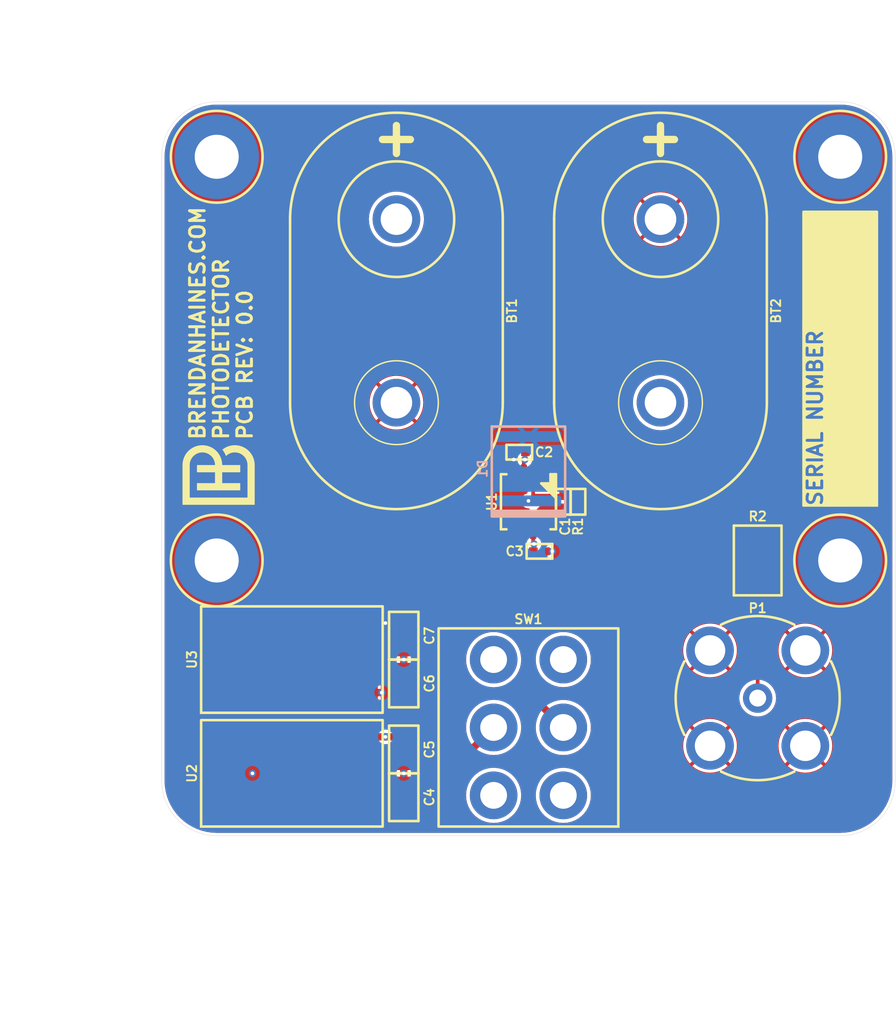
<source format=kicad_pcb>
(kicad_pcb
	(version 20240108)
	(generator "pcbnew")
	(generator_version "8.0")
	(general
		(thickness 1.6)
		(legacy_teardrops no)
	)
	(paper "A")
	(title_block
		(title "${PROJECT_NAME}")
		(rev "${PCB_REVISION}")
		(company "BRENDANHAINES.COM")
	)
	(layers
		(0 "F.Cu" signal)
		(1 "In1.Cu" signal)
		(2 "In2.Cu" signal)
		(31 "B.Cu" signal)
		(32 "B.Adhes" user "B.Adhesive")
		(33 "F.Adhes" user "F.Adhesive")
		(34 "B.Paste" user)
		(35 "F.Paste" user)
		(36 "B.SilkS" user "B.Silkscreen")
		(37 "F.SilkS" user "F.Silkscreen")
		(38 "B.Mask" user)
		(39 "F.Mask" user)
		(40 "Dwgs.User" user "User.Drawings")
		(41 "Cmts.User" user "User.Comments")
		(42 "Eco1.User" user "User.Eco1")
		(43 "Eco2.User" user "User.Eco2")
		(44 "Edge.Cuts" user)
		(45 "Margin" user)
		(46 "B.CrtYd" user "B.Courtyard")
		(47 "F.CrtYd" user "F.Courtyard")
		(48 "B.Fab" user)
		(49 "F.Fab" user)
		(50 "User.1" user)
		(51 "User.2" user)
		(52 "User.3" user)
		(53 "User.4" user)
		(54 "User.5" user)
		(55 "User.6" user)
		(56 "User.7" user)
		(57 "User.8" user)
		(58 "User.9" user)
	)
	(setup
		(stackup
			(layer "F.SilkS"
				(type "Top Silk Screen")
				(color "White")
			)
			(layer "F.Paste"
				(type "Top Solder Paste")
			)
			(layer "F.Mask"
				(type "Top Solder Mask")
				(color "Green")
				(thickness 0.01)
			)
			(layer "F.Cu"
				(type "copper")
				(thickness 0.035)
			)
			(layer "dielectric 1"
				(type "core")
				(thickness 0.48)
				(material "FR4")
				(epsilon_r 4.5)
				(loss_tangent 0.02)
			)
			(layer "In1.Cu"
				(type "copper")
				(thickness 0.035)
			)
			(layer "dielectric 2"
				(type "prepreg")
				(thickness 0.48)
				(material "FR4")
				(epsilon_r 4.5)
				(loss_tangent 0.02)
			)
			(layer "In2.Cu"
				(type "copper")
				(thickness 0.035)
			)
			(layer "dielectric 3"
				(type "core")
				(thickness 0.48)
				(material "FR4")
				(epsilon_r 4.5)
				(loss_tangent 0.02)
			)
			(layer "B.Cu"
				(type "copper")
				(thickness 0.035)
			)
			(layer "B.Mask"
				(type "Bottom Solder Mask")
				(color "Green")
				(thickness 0.01)
			)
			(layer "B.Paste"
				(type "Bottom Solder Paste")
			)
			(layer "B.SilkS"
				(type "Bottom Silk Screen")
				(color "White")
			)
			(copper_finish "ENIG")
			(dielectric_constraints no)
		)
		(pad_to_mask_clearance 0)
		(allow_soldermask_bridges_in_footprints no)
		(aux_axis_origin 101.6 101.6)
		(grid_origin 101.6 101.6)
		(pcbplotparams
			(layerselection 0x00010fc_ffffffff)
			(plot_on_all_layers_selection 0x0000000_00000000)
			(disableapertmacros no)
			(usegerberextensions no)
			(usegerberattributes yes)
			(usegerberadvancedattributes yes)
			(creategerberjobfile yes)
			(dashed_line_dash_ratio 12.000000)
			(dashed_line_gap_ratio 3.000000)
			(svgprecision 4)
			(plotframeref no)
			(viasonmask no)
			(mode 1)
			(useauxorigin no)
			(hpglpennumber 1)
			(hpglpenspeed 20)
			(hpglpendiameter 15.000000)
			(pdf_front_fp_property_popups yes)
			(pdf_back_fp_property_popups yes)
			(dxfpolygonmode yes)
			(dxfimperialunits yes)
			(dxfusepcbnewfont yes)
			(psnegative no)
			(psa4output no)
			(plotreference yes)
			(plotvalue yes)
			(plotfptext yes)
			(plotinvisibletext no)
			(sketchpadsonfab no)
			(subtractmaskfromsilk no)
			(outputformat 1)
			(mirror no)
			(drillshape 1)
			(scaleselection 1)
			(outputdirectory "")
		)
	)
	(property "PCB_REVISION" "0.0")
	(property "PROJECT_NAME" "PHOTODETECTOR")
	(net 0 "")
	(net 1 "GND")
	(net 2 "VDC_N5V0")
	(net 3 "/OUT")
	(net 4 "/IN")
	(net 5 "unconnected-(U1-NC-Pad5)")
	(net 6 "VDC_5V0")
	(net 7 "unconnected-(U1-NC-Pad1)")
	(net 8 "unconnected-(U1-NC-Pad8)")
	(net 9 "/VIN_9V0")
	(net 10 "/VIN_N9V0")
	(net 11 "unconnected-(SW1-A-Pad1)")
	(net 12 "unconnected-(SW1-A-Pad4)")
	(net 13 "Net-(U2-VIN)")
	(net 14 "Net-(U3-VIN)")
	(net 15 "/OUT50")
	(footprint "common:R1210" (layer "F.Cu") (at 117.475 107.95 -90))
	(footprint "common:C0805" (layer "F.Cu") (at 92.964 116.459 -90))
	(footprint "common:MH120X230_#4" (layer "F.Cu") (at 123.19 107.95))
	(footprint "common:TO-252-3" (layer "F.Cu") (at 82.4865 122.682 90))
	(footprint "common:LOGO_BH" (layer "F.Cu") (at 82.55 101.6 90))
	(footprint "common:C0805" (layer "F.Cu") (at 92.964 124.333 90))
	(footprint "common:Keystone_967" (layer "F.Cu") (at 110.744 90.678 -90))
	(footprint "common:C0805" (layer "F.Cu") (at 92.964 121.031 -90))
	(footprint "common:CK_1201M2S3CQE2" (layer "F.Cu") (at 101.6 119.507 180))
	(footprint "common:C0402" (layer "F.Cu") (at 100.965 100.457 180))
	(footprint "common:MH120X230_#4" (layer "F.Cu") (at 123.19 80.01))
	(footprint "common:TO-252-3" (layer "F.Cu") (at 82.4865 114.808 90))
	(footprint "common:C0805" (layer "F.Cu") (at 92.964 113.157 90))
	(footprint "common:C0402" (layer "F.Cu") (at 102.362 107.315))
	(footprint "common:MSOP8" (layer "F.Cu") (at 101.6 103.886 -90))
	(footprint "common:C0402" (layer "F.Cu") (at 104.013 103.886 -90))
	(footprint "common:MH120X230_#4" (layer "F.Cu") (at 80.01 107.95))
	(footprint "common:R0402" (layer "F.Cu") (at 105.029 103.886 -90))
	(footprint "common:Keystone_967" (layer "F.Cu") (at 92.456 90.678 -90))
	(footprint "common:2466267-1" (layer "F.Cu") (at 117.475 117.475 90))
	(footprint "common:MH120X230_#4" (layer "F.Cu") (at 80.01 80.01))
	(footprint "common:TEMD5110X01" (layer "B.Cu") (at 101.6 101.6 -90))
	(gr_line
		(start 122.174 104.14)
		(end 120.65 104.14)
		(stroke
			(width 0.1778)
			(type default)
		)
		(layer "F.SilkS")
		(uuid "02f441e5-e889-495f-87dd-b22be3aa3a13")
	)
	(gr_line
		(start 120.65 104.14)
		(end 120.65 91.821)
		(stroke
			(width 0.1778)
			(type default)
		)
		(layer "F.SilkS")
		(uuid "99698805-073f-4674-8b00-163cd08d3ab7")
	)
	(gr_poly
		(pts
			(xy 122.174 104.14) (xy 125.73 104.14) (xy 125.73 83.82) (xy 120.65 83.82) (xy 120.65 91.948) (xy 122.174 91.948)
		)
		(stroke
			(width 0.1778)
			(type solid)
		)
		(fill solid)
		(layer "F.SilkS")
		(uuid "e4eedc30-3a8f-445e-bd23-7046b0d95258")
	)
	(gr_line
		(start 76.2 80.01)
		(end 76.2 123.19)
		(stroke
			(width 0.0254)
			(type default)
		)
		(layer "Edge.Cuts")
		(uuid "01eeaaa2-1d96-4fbe-a7c0-eab31686fcf1")
	)
	(gr_arc
		(start 76.2 80.01)
		(mid 77.315923 77.315923)
		(end 80.01 76.2)
		(stroke
			(width 0.0254)
			(type default)
		)
		(layer "Edge.Cuts")
		(uuid "43123108-00ac-4a91-9a21-505fe9f540b7")
	)
	(gr_line
		(start 80.01 76.2)
		(end 123.19 76.2)
		(stroke
			(width 0.0254)
			(type default)
		)
		(layer "Edge.Cuts")
		(uuid "48120843-2e2a-4d0a-8268-ab901cdcc4b7")
	)
	(gr_line
		(start 123.19 127)
		(end 80.01 127)
		(stroke
			(width 0.0254)
			(type default)
		)
		(layer "Edge.Cuts")
		(uuid "799ba558-8122-48f3-8f20-8a331e6eb16e")
	)
	(gr_arc
		(start 123.19 76.2)
		(mid 125.884077 77.315923)
		(end 127 80.01)
		(stroke
			(width 0.0254)
			(type default)
		)
		(layer "Edge.Cuts")
		(uuid "7d8e835b-274b-4347-b69b-509aad33d996")
	)
	(gr_arc
		(start 127 123.19)
		(mid 125.884077 125.884077)
		(end 123.19 127)
		(stroke
			(width 0.0254)
			(type default)
		)
		(layer "Edge.Cuts")
		(uuid "95fe84bb-7111-4bc6-b57d-cd7018d67a30")
	)
	(gr_line
		(start 127 123.19)
		(end 127 80.01)
		(stroke
			(width 0.0254)
			(type default)
		)
		(layer "Edge.Cuts")
		(uuid "afaa3464-4511-458b-a9c8-5d3a7d059ede")
	)
	(gr_arc
		(start 80.01 127)
		(mid 77.315923 125.884077)
		(end 76.2 123.19)
		(stroke
			(width 0.0254)
			(type default)
		)
		(layer "Edge.Cuts")
		(uuid "e58e6794-0db3-438b-9daf-38a35d163066")
	)
	(gr_circle
		(center 117.475 117.475)
		(end 127 117.475)
		(stroke
			(width 0.127)
			(type default)
		)
		(fill none)
		(layer "User.1")
		(uuid "fbc57c31-2cd1-4fc5-9364-336e4162dae4")
	)
	(gr_text "BRENDANHAINES.COM\n${PROJECT_NAME}\nPCB REV: ${PCB_REVISION}"
		(at 82.55 99.695 90)
		(layer "F.SilkS")
		(uuid "437bdfe8-9461-4ec7-870c-371d6a52dc16")
		(effects
			(font
				(size 1.016 1.016)
				(thickness 0.2032)
				(bold yes)
			)
			(justify left bottom)
		)
	)
	(gr_text "SERIAL NUMBER"
		(at 122.047 104.267 90)
		(layer "F.SilkS" knockout)
		(uuid "6c2be5ce-85b7-4de0-9953-9a61d10d3e1f")
		(effects
			(font
				(size 1.016 1.016)
				(thickness 0.2032)
				(bold yes)
			)
			(justify left bottom)
		)
	)
	(dimension
		(type aligned)
		(layer "F.Fab")
		(uuid "01ee0b31-f02b-4470-b2f7-07b9d1207f38")
		(pts
			(xy 76.2 76.2) (xy 127 76.2)
		)
		(height -5.08)
		(gr_text "2000.0000 mils"
			(at 101.6 69.977 0)
			(layer "F.Fab")
			(uuid "01ee0b31-f02b-4470-b2f7-07b9d1207f38")
			(effects
				(font
					(size 1.016 1.016)
					(thickness 0.127)
				)
			)
		)
		(format
			(prefix "")
			(suffix "")
			(units 3)
			(units_format 1)
			(precision 4)
		)
		(style
			(thickness 0.127)
			(arrow_length 1.27)
			(text_position_mode 0)
			(extension_height 0.58642)
			(extension_offset 0.5) keep_text_aligned)
	)
	(dimension
		(type aligned)
		(layer "F.Fab")
		(uuid "0517aec2-45e6-4cc3-9803-feed6af5a135")
		(pts
			(xy 76.2 76.2) (xy 76.2 127)
		)
		(height 5.08)
		(gr_text "2000.0000 mils"
			(at 69.977 101.6 90)
			(layer "F.Fab")
			(uuid "0517aec2-45e6-4cc3-9803-feed6af5a135")
			(effects
				(font
					(size 1.016 1.016)
					(thickness 0.127)
				)
			)
		)
		(format
			(prefix "")
			(suffix "")
			(units 3)
			(units_format 1)
			(precision 4)
		)
		(style
			(thickness 0.127)
			(arrow_length 1.27)
			(text_position_mode 0)
			(extension_height 0.58642)
			(extension_offset 0.5) keep_text_aligned)
	)
	(segment
		(start 101.39 100.921)
		(end 101.346 100.965)
		(width 0.254)
		(layer "F.Cu")
		(net 1)
		(uuid "033e0b65-d720-4225-a83b-7706286ae485")
	)
	(segment
		(start 101.275 101.036)
		(end 101.346 100.965)
		(width 0.254)
		(layer "F.Cu")
		(net 1)
		(uuid "25c71520-af31-417b-8c54-76f8745ade98")
	)
	(segment
		(start 91.439 117.093)
		(end 91.44 117.094)
		(width 0.508)
		(layer "F.Cu")
		(net 1)
		(uuid "34f408ec-5421-4607-9a89-8f1092996f0f")
	)
	(segment
		(start 92.964 114.032)
		(end 92.964 114.808)
		(width 0.508)
		(layer "F.Cu")
		(net 1)
		(uuid "62d1c073-bed1-4f8e-ac35-30771db702c6")
	)
	(segment
		(start 89.6665 117.093)
		(end 91.439 117.093)
		(width 0.508)
		(layer "F.Cu")
		(net 1)
		(uuid "784b576f-3420-4d38-b964-0c2aa2fb929d")
	)
	(segment
		(start 92.964 115.584)
		(end 92.964 114.808)
		(width 0.508)
		(layer "F.Cu")
		(net 1)
		(uuid "99c5e7d7-2fc4-4ce1-8db0-3a1bfc9c53da")
	)
	(segment
		(start 92.964 123.458)
		(end 92.964 122.682)
		(width 0.508)
		(layer "F.Cu")
		(net 1)
		(uuid "a39df9a9-8a65-40cc-a009-07945bdd2e02")
	)
	(segment
		(start 102.787 107.315)
		(end 103.251 107.315)
		(width 0.254)
		(layer "F.Cu")
		(net 1)
		(uuid "b284396e-9274-498f-9877-44ba5e001d46")
	)
	(segment
		(start 101.275 101.786)
		(end 101.275 101.036)
		(width 0.254)
		(layer "F.Cu")
		(net 1)
		(uuid "d232a758-3aed-4d90-9c4e-be8a616ccdcf")
	)
	(segment
		(start 92.964 121.906)
		(end 92.964 122.682)
		(width 0.508)
		(layer "F.Cu")
		(net 1)
		(uuid "f39609da-8e9d-46b4-acc9-e20d5582d78f")
	)
	(segment
		(start 101.39 100.457)
		(end 101.39 100.921)
		(width 0.254)
		(layer "F.Cu")
		(net 1)
		(uuid "f78b35cf-d7a4-425c-9861-96e4a2cabdf0")
	)
	(via
		(at 92.964 122.682)
		(size 0.508)
		(drill 0.254)
		(layers "F.Cu" "B.Cu")
		(net 1)
		(uuid "08a77980-d616-44e7-a5b9-2f92f8693f4e")
	)
	(via
		(at 103.251 107.315)
		(size 0.508)
		(drill 0.254)
		(layers "F.Cu" "B.Cu")
		(net 1)
		(uuid "6d5f23d5-2192-4748-9e3b-1967c90573ed")
	)
	(via
		(at 92.964 114.808)
		(size 0.508)
		(drill 0.254)
		(layers "F.Cu" "B.Cu")
		(net 1)
		(uuid "863ffb29-42a9-4e2d-b49b-21247fba832a")
	)
	(via
		(at 91.44 117.094)
		(size 0.508)
		(drill 0.254)
		(layers "F.Cu" "B.Cu")
		(net 1)
		(uuid "9b4bdd0d-231d-49b9-9173-71e3ae4a9c9e")
	)
	(via
		(at 101.346 100.965)
		(size 0.508)
		(drill 0.254)
		(layers "F.Cu" "B.Cu")
		(net 1)
		(uuid "a972b85d-e555-46b9-a596-249d72abf652")
	)
	(via
		(at 82.4865 122.682)
		(size 0.508)
		(drill 0.254)
		(layers "F.Cu" "B.Cu")
		(net 1)
		(uuid "bad55283-092d-4b04-bca5-0e6b86a0e018")
	)
	(segment
		(start 100.54 100.457)
		(end 100.54 100.921)
		(width 0.254)
		(layer "F.Cu")
		(net 2)
		(uuid "2ad45a2d-28a9-4c52-9cea-abd50add0c8d")
	)
	(segment
		(start 91.694 112.282)
		(end 89.9075 112.282)
		(width 0.508)
		(layer "F.Cu")
		(net 2)
		(uuid "415eda9f-9912-4fdd-8d6e-5a2e3cd6a78e")
	)
	(segment
		(start 92.964 112.282)
		(end 91.694 112.282)
		(width 0.508)
		(layer "F.Cu")
		(net 2)
		(uuid "83b0131d-9443-4249-9cee-24225029d2b4")
	)
	(segment
		(start 100.54 100.921)
		(end 100.584 100.965)
		(width 0.254)
		(layer "F.Cu")
		(net 2)
		(uuid "ac6ce9ac-3dfb-4d44-b641-2ca53220beb6")
	)
	(segment
		(start 89.9075 112.282)
		(end 89.6665 112.523)
		(width 0.508)
		(layer "F.Cu")
		(net 2)
		(uuid "b14939bc-6fbc-4bff-903c-66dd331d321f")
	)
	(segment
		(start 100.625 101.006)
		(end 100.584 100.965)
		(width 0.254)
		(layer "F.Cu")
		(net 2)
		(uuid "c2f5bc59-e2d3-42ec-8fb3-1bf07efb25b2")
	)
	(segment
		(start 100.625 101.786)
		(end 100.625 101.006)
		(width 0.254)
		(layer "F.Cu")
		(net 2)
		(uuid "f6317957-9718-4ac2-9490-67f41a4bda1f")
	)
	(via
		(at 91.694 112.282)
		(size 0.508)
		(drill 0.254)
		(layers "F.Cu" "B.Cu")
		(net 2)
		(uuid "197a43c5-66cc-4a7d-9647-44b4803fe515")
	)
	(via
		(at 100.584 100.965)
		(size 0.508)
		(drill 0.254)
		(layers "F.Cu" "B.Cu")
		(net 2)
		(uuid "e1ed01b3-5b03-4bb0-9f57-d9a4fe452871")
	)
	(segment
		(start 102.450001 104.311)
		(end 101.275 105.486001)
		(width 0.254)
		(layer "F.Cu")
		(net 3)
		(uuid "1b253dfd-aec0-4a87-a101-a2918ee0b595")
	)
	(segment
		(start 101.275 105.486001)
		(end 101.275 105.986)
		(width 0.254)
		(layer "F.Cu")
		(net 3)
		(uuid "354afe66-b371-4c9f-b2bb-39a109d1a2c8")
	)
	(segment
		(start 115.233 104.311)
		(end 117.475 106.553)
		(width 0.254)
		(layer "F.Cu")
		(net 3)
		(uuid "73f1b040-b391-4111-a040-fdce74735d5e")
	)
	(segment
		(start 105.029 104.311)
		(end 104.013 104.311)
		(width 0.254)
		(layer "F.Cu")
		(net 3)
		(uuid "7940c1d8-ad93-4a08-ba4c-a8140ab768e7")
	)
	(segment
		(start 105.029 104.311)
		(end 115.233 104.311)
		(width 0.254)
		(layer "F.Cu")
		(net 3)
		(uuid "e6aa7b44-fa20-453b-b586-83e39e52fc7c")
	)
	(segment
		(start 104.013 104.311)
		(end 102.450001 104.311)
		(width 0.254)
		(layer "F.Cu")
		(net 3)
		(uuid "fcef14f5-2e72-45e8-9fbc-443f42bcfea6")
	)
	(segment
		(start 105.029 103.461)
		(end 101.964 103.461)
		(width 0.254)
		(layer "F.Cu")
		(net 4)
		(uuid "04af82c3-dd1e-4590-9a68-9357d1884b8f")
	)
	(segment
		(start 101.925 103.422)
		(end 101.964 103.461)
		(width 0.254)
		(layer "F.Cu")
		(net 4)
		(uuid "16dd5f3d-b832-49c8-af0e-372027801121")
	)
	(segment
		(start 101.964 103.461)
		(end 101.6 103.825)
		(width 0.254)
		(layer "F.Cu")
		(net 4)
		(uuid "230d4c2d-5f39-4f8a-bf79-a4726d7a440e")
	)
	(segment
		(start 101.925 101.786)
		(end 101.925 103.422)
		(width 0.254)
		(layer "F.Cu")
		(net 4)
		(uuid "307e854c-213c-412c-9a6b-b4abe9e4bad7")
	)
	(via
		(at 101.6 103.825)
		(size 0.508)
		(drill 0.254)
		(layers "F.Cu" "B.Cu")
		(net 4)
		(uuid "17cd1a80-b815-4823-986b-37b0b506414b")
	)
	(segment
		(start 101.925 105.986)
		(end 101.925 106.751)
		(width 0.254)
		(layer "F.Cu")
		(net 6)
		(uuid "1f150edc-8adf-4d46-a619-f8b828210f04")
	)
	(segment
		(start 89.9075 120.156)
		(end 91.694 120.156)
		(width 0.508)
		(layer "F.Cu")
		(net 6)
		(uuid "3025e666-1c98-43ef-912d-9e30e0737762")
	)
	(segment
		(start 101.937 106.851)
		(end 101.981 106.807)
		(width 0.254)
		(layer "F.Cu")
		(net 6)
		(uuid "47a40d2d-9a03-4e73-8ccb-3adcec141829")
	)
	(segment
		(start 101.937 107.315)
		(end 101.937 106.851)
		(width 0.254)
		(layer "F.Cu")
		(net 6)
		(uuid "b17d9dbd-8fe4-49f6-82f5-c7f7899a80b2")
	)
	(segment
		(start 91.694 120.156)
		(end 92.964 120.156)
		(width 0.508)
		(layer "F.Cu")
		(net 6)
		(uuid "c2b20ca2-7eb2-4347-a1ae-8151cd039d6d")
	)
	(segment
		(start 89.6665 120.397)
		(end 89.9075 120.156)
		(width 0.508)
		(layer "F.Cu")
		(net 6)
		(uuid "d51e88ee-ccb1-4848-874b-17d0556fd8ad")
	)
	(segment
		(start 101.925 106.751)
		(end 101.981 106.807)
		(width 0.254)
		(layer "F.Cu")
		(net 6)
		(uuid "ee104851-1ece-45ae-90c1-65872cb34eee")
	)
	(via
		(at 91.694 120.156)
		(size 0.508)
		(drill 0.254)
		(layers "F.Cu" "B.Cu")
		(net 6)
		(uuid "e36d3e94-4b17-44ac-9ed0-4afcdac2e3ec")
	)
	(via
		(at 101.981 106.807)
		(size 0.508)
		(drill 0.254)
		(layers "F.Cu" "B.Cu")
		(net 6)
		(uuid "f2d93b91-6eda-4c84-b01e-23b35f587b3c")
	)
	(segment
		(start 107.442 106.68)
		(end 107.315 106.68)
		(width 0.508)
		(layer "In2.Cu")
		(net 9)
		(uuid "352c93bf-b326-48a7-be9c-f53f45c9a6a3")
	)
	(segment
		(start 107.442 99.314)
		(end 107.442 106.68)
		(width 0.508)
		(layer "In2.Cu")
		(net 9)
		(uuid "49f823b3-4134-4b15-afe8-2659d3c7a70b")
	)
	(segment
		(start 92.456 84.328)
		(end 107.442 99.314)
		(width 0.508)
		(layer "In2.Cu")
		(net 9)
		(uuid "4ae49752-62d1-468c-a1a6-d457259a52e1")
	)
	(segment
		(start 107.315 106.68)
		(end 99.187 114.808)
		(width 0.508)
		(layer "In2.Cu")
		(net 9)
		(uuid "8ea29e58-27a6-4246-8312-37aaaf305e8a")
	)
	(segment
		(start 110.744 97.028)
		(end 110.744 108.077)
		(width 0.508)
		(layer "In2.Cu")
		(net 10)
		(uuid "0f5b7b8a-bce5-419f-aa88-9df62a6f0bae")
	)
	(segment
		(start 110.744 108.077)
		(end 104.013 114.808)
		(width 0.508)
		(layer "In2.Cu")
		(net 10)
		(uuid "817862ec-4a89-4310-a142-5db5643fdbe2")
	)
	(segment
		(start 89.6665 124.967)
		(end 89.9075 125.208)
		(width 0.508)
		(layer "F.Cu")
		(net 13)
		(uuid "289822c4-5f70-4498-be24-ff77c949229e")
	)
	(segment
		(start 99.187 119.507)
		(end 93.486 125.208)
		(width 0.508)
		(layer "F.Cu")
		(net 13)
		(uuid "6399602d-dc0f-40ea-871e-1569c8cecbf3")
	)
	(segment
		(start 93.486 125.208)
		(end 92.964 125.208)
		(width 0.508)
		(layer "F.Cu")
		(net 13)
		(uuid "67b583fa-702b-40dd-a179-d442d74f1ea2")
	)
	(segment
		(start 89.9075 125.208)
		(end 92.964 125.208)
		(width 0.508)
		(layer "F.Cu")
		(net 13)
		(uuid "77bb9cc8-529f-4194-84d7-a062e7d77f32")
	)
	(segment
		(start 86.4235 118.745)
		(end 82.4865 114.808)
		(width 0.508)
		(layer "F.Cu")
		(net 14)
		(uuid "18c953db-9044-4dd8-a678-4cd837944c99")
	)
	(segment
		(start 93.994 117.334)
		(end 92.964 117.334)
		(width 0.508)
		(layer "F.Cu")
		(net 14)
		(uuid "2c84cc7b-be6e-4108-8638-96e6c6c1a242")
	)
	(segment
		(start 104.013 119.507)
		(end 101.727 117.221)
		(width 0.508)
		(layer "F.Cu")
		(net 14)
		(uuid "66334e6b-3a4b-40f1-96e7-25a292e8cb7b")
	)
	(segment
		(start 101.727 117.221)
		(end 94.107 117.221)
		(width 0.508)
		(layer "F.Cu")
		(net 14)
		(uuid "86f50eea-2fda-4320-819a-b12a835c089f")
	)
	(segment
		(start 91.553 118.745)
		(end 86.4235 118.745)
		(width 0.508)
		(layer "F.Cu")
		(net 14)
		(uuid "b9e9838e-c26a-4f57-90e2-8a87947b6271")
	)
	(segment
		(start 92.964 117.334)
		(end 91.553 118.745)
		(width 0.508)
		(layer "F.Cu")
		(net 14)
		(uuid "c2c7bf6b-0f8f-4d6e-a331-8668962ef907")
	)
	(segment
		(start 94.107 117.221)
		(end 93.994 117.334)
		(width 0.508)
		(layer "F.Cu")
		(net 14)
		(uuid "fa0c0969-c19e-40c1-b162-188fc78ac9b8")
	)
	(segment
		(start 117.475 109.347)
		(end 117.475 117.475)
		(width 0.254)
		(layer "F.Cu")
		(net 15)
		(uuid "2a567e8f-b85e-4c7e-8f02-72254f0165b0")
	)
	(zone
		(net 1)
		(net_name "GND")
		(layers "F.Cu" "In1.Cu")
		(uuid "d5b18001-fc96-453b-a341-422c30736ad2")
		(hatch edge 0.5)
		(connect_pads
			(clearance 0.254)
		)
		(min_thickness 0.254)
		(filled_areas_thickness no)
		(fill yes
			(thermal_gap 0.2032)
			(thermal_bridge_width 0.254)
		)
		(polygon
			(pts
				(xy 127 127) (xy 127 76.2) (xy 76.2 76.2) (xy 76.2 127)
			)
		)
		(filled_polygon
			(layer "F.Cu")
			(pts
				(xy 123.193093 76.400651) (xy 123.537616 76.417577) (xy 123.54991 76.418788) (xy 123.888062 76.468948)
				(xy 123.900172 76.471357) (xy 124.231783 76.554421) (xy 124.243596 76.558004) (xy 124.56548 76.673176)
				(xy 124.57688 76.677898) (xy 124.809937 76.788125) (xy 124.885912 76.824059) (xy 124.896817 76.829888)
				(xy 125.190024 77.005629) (xy 125.200305 77.012499) (xy 125.47487 77.216131) (xy 125.484428 77.223975)
				(xy 125.737721 77.453546) (xy 125.746459 77.462284) (xy 125.976024 77.715571) (xy 125.983868 77.725129)
				(xy 126.1875 77.999694) (xy 126.19437 78.009975) (xy 126.370111 78.303182) (xy 126.37594 78.314087)
				(xy 126.522096 78.623107) (xy 126.526828 78.634531) (xy 126.641992 78.956393) (xy 126.645581 78.968226)
				(xy 126.72864 79.299818) (xy 126.731052 79.311945) (xy 126.78121 79.650083) (xy 126.782422 79.662388)
				(xy 126.799348 80.006906) (xy 126.7995 80.013089) (xy 126.7995 123.18691) (xy 126.799348 123.193093)
				(xy 126.782422 123.537611) (xy 126.78121 123.549916) (xy 126.731052 123.888054) (xy 126.72864 123.900181)
				(xy 126.645581 124.231773) (xy 126.641992 124.243606) (xy 126.526828 124.565468) (xy 126.522096 124.576892)
				(xy 126.37594 124.885912) (xy 126.370111 124.896817) (xy 126.19437 125.190024) (xy 126.1875 125.200305)
				(xy 125.983868 125.47487) (xy 125.976024 125.484428) (xy 125.746459 125.737715) (xy 125.737715 125.746459)
				(xy 125.484428 125.976024) (xy 125.47487 125.983868) (xy 125.200305 126.1875) (xy 125.190024 126.19437)
				(xy 124.896817 126.370111) (xy 124.885912 126.37594) (xy 124.576892 126.522096) (xy 124.565468 126.526828)
				(xy 124.243606 126.641992) (xy 124.231773 126.645581) (xy 123.900181 126.72864) (xy 123.888054 126.731052)
				(xy 123.549916 126.78121) (xy 123.537611 126.782422) (xy 123.193094 126.799348) (xy 123.186911 126.7995)
				(xy 80.013089 126.7995) (xy 80.006906 126.799348) (xy 79.662388 126.782422) (xy 79.650083 126.78121)
				(xy 79.311945 126.731052) (xy 79.299818 126.72864) (xy 78.968226 126.645581) (xy 78.956393 126.641992)
				(xy 78.634531 126.526828) (xy 78.623107 126.522096) (xy 78.314087 126.37594) (xy 78.303182 126.370111)
				(xy 78.009975 126.19437) (xy 77.999694 126.1875) (xy 77.725129 125.983868) (xy 77.715571 125.976024)
				(xy 77.507192 125.787161) (xy 77.462278 125.746453) (xy 77.453546 125.737721) (xy 77.433021 125.715075)
				(xy 79.633027 125.715075) (xy 79.791113 125.770392) (xy 79.791118 125.770394) (xy 79.922514 125.785199)
				(xy 85.050485 125.785199) (xy 85.181875 125.770395) (xy 85.181883 125.770394) (xy 85.33997 125.715075)
				(xy 85.339971 125.715075) (xy 82.486501 122.861605) (xy 82.486499 122.861605) (xy 79.633027 125.715075)
				(xy 77.433021 125.715075) (xy 77.28052 125.546816) (xy 77.223975 125.484428) (xy 77.216131 125.47487)
				(xy 77.012499 125.200305) (xy 77.005629 125.190024) (xy 76.998053 125.177385) (xy 76.891491 124.999596)
				(xy 76.829888 124.896817) (xy 76.824059 124.885912) (xy 76.757039 124.74421) (xy 76.677898 124.57688)
				(xy 76.673176 124.56548) (xy 76.558004 124.243596) (xy 76.554421 124.231783) (xy 76.471357 123.900172)
				(xy 76.468947 123.888054) (xy 76.457735 123.812471) (xy 76.418788 123.54991) (xy 76.417577 123.53761)
				(xy 76.400652 123.193092) (xy 76.4005 123.18691) (xy 76.4005 120.318014) (xy 79.1833 120.318014)
				(xy 79.1833 125.045985) (xy 79.198104 125.177374) (xy 79.198106 125.177385) (xy 79.256396 125.343968)
				(xy 79.256397 125.343971) (xy 79.350293 125.493405) (xy 79.350294 125.493407) (xy 79.42289 125.566003)
				(xy 79.422892 125.566003) (xy 82.306895 122.682) (xy 82.306895 122.681999) (xy 82.306894 122.681998)
				(xy 82.666105 122.681998) (xy 82.666105 122.682001) (xy 85.550107 125.566003) (xy 85.622706 125.493404)
				(xy 85.716602 125.34397) (xy 85.716603 125.343968) (xy 85.774893 125.177384) (xy 85.789699 125.045985)
				(xy 85.789699 122.382706) (xy 92.0608 122.382706) (xy 92.066804 122.428311) (xy 92.113484 122.528416)
				(xy 92.113484 122.528417) (xy 92.177972 122.592905) (xy 92.211998 122.655217) (xy 92.206933 122.726032)
				(xy 92.177972 122.771095) (xy 92.113484 122.835582) (xy 92.113484 122.835583) (xy 92.066804 122.935688)
				(xy 92.0608 122.981293) (xy 92.0608 123.331) (xy 92.837 123.331) (xy 93.091 123.331) (xy 93.8672 123.331)
				(xy 93.8672 122.981305) (xy 93.867199 122.981293) (xy 93.861195 122.935688) (xy 93.814515 122.835583)
				(xy 93.814515 122.835582) (xy 93.750028 122.771095) (xy 93.716002 122.708783) (xy 93.721067 122.637968)
				(xy 93.750028 122.592905) (xy 93.814515 122.528417) (xy 93.814515 122.528416) (xy 93.861195 122.428311)
				(xy 93.867199 122.382706) (xy 93.8672 122.382695) (xy 93.8672 122.033) (xy 93.091 122.033) (xy 93.091 123.331)
				(xy 92.837 123.331) (xy 92.837 122.033) (xy 92.0608 122.033) (xy 92.0608 122.382706) (xy 85.789699 122.382706)
				(xy 85.789699 120.318014) (xy 85.774895 120.186625) (xy 85.774893 120.186614) (xy 85.716603 120.020031)
				(xy 85.716602 120.020028) (xy 85.622706 119.870594) (xy 85.622705 119.870592) (xy 85.550109 119.797996)
				(xy 85.550107 119.797996) (xy 82.666105 122.681998) (xy 82.306894 122.681998) (xy 79.422892 119.797996)
				(xy 79.422891 119.797996) (xy 79.350292 119.870596) (xy 79.256397 120.020029) (xy 79.256396 120.020031)
				(xy 79.198106 120.186615) (xy 79.1833 120.318014) (xy 76.4005 120.318014) (xy 76.4005 119.648923)
				(xy 79.633027 119.648923) (xy 82.486499 122.502395) (xy 82.486501 122.502395) (xy 85.339971 119.648923)
				(xy 85.181884 119.593606) (xy 85.050485 119.5788) (xy 79.922514 119.5788) (xy 79.791125 119.593604)
				(xy 79.791122 119.593604) (xy 79.633027 119.648923) (xy 76.4005 119.648923) (xy 76.4005 112.415416)
				(xy 79.132 112.415416) (xy 79.132 117.200583) (xy 79.134762 117.241317) (xy 79.134764 117.24133)
				(xy 79.178568 117.417466) (xy 79.178569 117.417468) (xy 79.259218 117.580084) (xy 79.259219 117.580086)
				(xy 79.372939 117.72156) (xy 79.514413 117.83528) (xy 79.514415 117.835281) (xy 79.677029 117.91593)
				(xy 79.677032 117.91593) (xy 79.677033 117.915931) (xy 79.853169 117.959735) (xy 79.853171 117.959735)
				(xy 79.853178 117.959737) (xy 79.865715 117.960587) (xy 79.893917 117.9625) (xy 79.893926 117.9625)
				(xy 84.869683 117.9625) (xy 84.937804 117.982502) (xy 84.958778 117.999405) (xy 86.111272 119.1519)
				(xy 86.111275 119.151902) (xy 86.111277 119.151903) (xy 86.227226 119.218847) (xy 86.356555 119.2535)
				(xy 86.356557 119.2535) (xy 88.036287 119.2535) (xy 88.104408 119.273502) (xy 88.150901 119.327158)
				(xy 88.161005 119.397432) (xy 88.131511 119.462012) (xy 88.112993 119.47946) (xy 88.084576 119.501266)
				(xy 88.076762 119.507262) (xy 87.984677 119.627269) (xy 87.984675 119.627272) (xy 87.926787 119.767026)
				(xy 87.912 119.879346) (xy 87.912 120.914649) (xy 87.912001 120.914658) (xy 87.926787 121.026973)
				(xy 87.926788 121.026975) (xy 87.949883 121.082732) (xy 87.984067 121.16526) (xy 87.984676 121.166729)
				(xy 88.076762 121.286738) (xy 88.196771 121.378824) (xy 88.336525 121.436712) (xy 88.448849 121.4515)
				(xy 90.88415 121.451499) (xy 90.996475 121.436712) (xy 91.136229 121.378824) (xy 91.256238 121.286738)
				(xy 91.348324 121.166729) (xy 91.406212 121.026975) (xy 91.421 120.914651) (xy 91.421 120.7905)
				(xy 91.441002 120.722379) (xy 91.494658 120.675886) (xy 91.547 120.6645) (xy 91.620889 120.6645)
				(xy 91.627055 120.6645) (xy 91.923109 120.6645) (xy 91.99123 120.684502) (xy 92.036306 120.735161)
				(xy 92.07325 120.810732) (xy 92.159266 120.896748) (xy 92.159267 120.896748) (xy 92.159269 120.89675)
				(xy 92.261224 120.946592) (xy 92.313638 120.994479) (xy 92.331841 121.063102) (xy 92.310055 121.130673)
				(xy 92.259135 121.173984) (xy 92.191583 121.205483) (xy 92.113484 121.283582) (xy 92.113484 121.283583)
				(xy 92.066804 121.383688) (xy 92.0608 121.429293) (xy 92.0608 121.779) (xy 93.8672 121.779) (xy 93.8672 121.429305)
				(xy 93.867199 121.429293) (xy 93.861195 121.383688) (xy 93.814515 121.283583) (xy 93.814515 121.283582)
				(xy 93.736415 121.205482) (xy 93.668865 121.173984) (xy 93.615579 121.127067) (xy 93.596118 121.05879)
				(xy 93.616659 120.99083) (xy 93.666773 120.946593) (xy 93.768731 120.89675) (xy 93.85475 120.810731)
				(xy 93.908177 120.701443) (xy 93.9185 120.630592) (xy 93.9185 119.681408) (xy 93.908177 119.610557)
				(xy 93.85475 119.501269) (xy 93.854748 119.501267) (xy 93.854748 119.501266) (xy 93.768733 119.415251)
				(xy 93.732283 119.397432) (xy 93.659443 119.361823) (xy 93.612209 119.354941) (xy 93.588593 119.3515)
				(xy 93.588592 119.3515) (xy 92.339408 119.3515) (xy 92.339406 119.3515) (xy 92.292174 119.358382)
				(xy 92.268557 119.361823) (xy 92.243487 119.374079) (xy 92.159266 119.415251) (xy 92.07325 119.501267)
				(xy 92.036306 119.576839) (xy 91.988418 119.629253) (xy 91.923109 119.6475) (xy 91.425983 119.6475)
				(xy 91.357862 119.627498) (xy 91.326021 119.598204) (xy 91.25624 119.507264) (xy 91.256238 119.507263)
				(xy 91.256238 119.507262) (xy 91.220008 119.479461) (xy 91.178142 119.422125) (xy 91.17392 119.351254)
				(xy 91.208684 119.289351) (xy 91.271397 119.25607) (xy 91.296713 119.2535) (xy 91.619943 119.2535)
				(xy 91.619945 119.2535) (xy 91.749274 119.218847) (xy 91.865227 119.151901) (xy 92.841723 118.175405)
				(xy 92.904035 118.14138) (xy 92.930818 118.1385) (xy 93.588587 118.1385) (xy 93.588592 118.1385)
				(xy 93.659443 118.128177) (xy 93.768731 118.07475) (xy 93.85475 117.988731) (xy 93.879545 117.938012)
				(xy 93.891694 117.913161) (xy 93.939582 117.860747) (xy 94.004891 117.8425) (xy 94.060943 117.8425)
				(xy 94.060945 117.8425) (xy 94.190274 117.807847) (xy 94.29133 117.749502) (xy 94.296736 117.746381)
				(xy 94.359736 117.7295) (xy 98.003233 117.7295) (xy 98.071354 117.749502) (xy 98.117847 117.803158)
				(xy 98.127951 117.873432) (xy 98.098457 117.938012) (xy 98.078742 117.956368) (xy 97.935977 118.063239)
				(xy 97.935968 118.063247) (xy 97.743247 118.255968) (xy 97.743239 118.255977) (xy 97.579897 118.474178)
				(xy 97.449269 118.713403) (xy 97.354015 118.968789) (xy 97.296077 119.235129) (xy 97.276633 119.507)
				(xy 97.296077 119.77887) (xy 97.348537 120.020029) (xy 97.354016 120.045213) (xy 97.449269 120.300595)
				(xy 97.44927 120.300596) (xy 97.483535 120.363349) (xy 97.498626 120.432724) (xy 97.473815 120.499244)
				(xy 97.462042 120.512829) (xy 94.082295 123.892577) (xy 94.019983 123.926603) (xy 93.949168 123.921538)
				(xy 93.892332 123.878991) (xy 93.867521 123.812471) (xy 93.8672 123.803482) (xy 93.8672 123.585)
				(xy 92.0608 123.585) (xy 92.0608 123.934706) (xy 92.066804 123.980311) (xy 92.113484 124.080416)
				(xy 92.113484 124.080417) (xy 92.191584 124.158517) (xy 92.259134 124.190015) (xy 92.312419 124.236931)
				(xy 92.331881 124.305208) (xy 92.31134 124.373168) (xy 92.261224 124.417407) (xy 92.159267 124.46725)
				(xy 92.07325 124.553267) (xy 92.036306 124.628839) (xy 91.988418 124.681253) (xy 91.923109 124.6995)
				(xy 91.546999 124.6995) (xy 91.478878 124.679498) (xy 91.432385 124.625842) (xy 91.420999 124.5735)
				(xy 91.420999 124.44935) (xy 91.420998 124.449341) (xy 91.406212 124.337026) (xy 91.406212 124.337025)
				(xy 91.348324 124.197271) (xy 91.256238 124.077262) (xy 91.136229 123.985176) (xy 91.012984 123.934126)
				(xy 90.996473 123.927287) (xy 90.923351 123.91766) (xy 90.884151 123.9125) (xy 90.884148 123.9125)
				(xy 88.44885 123.9125) (xy 88.448841 123.912501) (xy 88.336526 123.927287) (xy 88.336525 123.927288)
				(xy 88.196772 123.985175) (xy 88.196769 123.985177) (xy 88.076762 124.077262) (xy 87.984677 124.197269)
				(xy 87.984675 124.197272) (xy 87.926787 124.337026) (xy 87.912 124.449346) (xy 87.912 125.484649)
				(xy 87.912001 125.484658) (xy 87.926787 125.596973) (xy 87.926788 125.596975) (xy 87.984676 125.736729)
				(xy 88.076762 125.856738) (xy 88.196771 125.948824) (xy 88.336525 126.006712) (xy 88.448849 126.0215)
				(xy 90.88415 126.021499) (xy 90.996475 126.006712) (xy 91.136229 125.948824) (xy 91.256238 125.856738)
				(xy 91.274397 125.833072) (xy 91.326021 125.765796) (xy 91.383359 125.723929) (xy 91.425983 125.7165)
				(xy 91.923109 125.7165) (xy 91.99123 125.736502) (xy 92.036306 125.787161) (xy 92.07325 125.862732)
				(xy 92.159266 125.948748) (xy 92.159267 125.948748) (xy 92.159269 125.94875) (xy 92.268557 126.002177)
				(xy 92.339408 126.0125) (xy 92.339413 126.0125) (xy 93.588587 126.0125) (xy 93.588592 126.0125)
				(xy 93.659443 126.002177) (xy 93.768731 125.94875) (xy 93.85475 125.862731) (xy 93.908177 125.753443)
				(xy 93.9185 125.682592) (xy 93.9185 125.546816) (xy 93.938502 125.478695) (xy 93.9554 125.457726)
				(xy 95.207126 124.206) (xy 97.276633 124.206) (xy 97.296077 124.47787) (xy 97.354015 124.74421)
				(xy 97.449269 124.999596) (xy 97.4746 125.045985) (xy 97.579897 125.238822) (xy 97.658608 125.343968)
				(xy 97.743239 125.457022) (xy 97.743247 125.457031) (xy 97.935968 125.649752) (xy 97.935976 125.649759)
				(xy 98.154178 125.813103) (xy 98.393405 125.943731) (xy 98.648787 126.038984) (xy 98.915126 126.096922)
				(xy 99.187 126.116367) (xy 99.458874 126.096922) (xy 99.725213 126.038984) (xy 99.980595 125.943731)
				(xy 100.219822 125.813103) (xy 100.438024 125.649759) (xy 100.630759 125.457024) (xy 100.794103 125.238822)
				(xy 100.924731 124.999595) (xy 101.019984 124.744213) (xy 101.077922 124.477874) (xy 101.097367 124.206)
				(xy 102.102633 124.206) (xy 102.122077 124.47787) (xy 102.180015 124.74421) (xy 102.275269 124.999596)
				(xy 102.3006 125.045985) (xy 102.405897 125.238822) (xy 102.484608 125.343968) (xy 102.569239 125.457022)
				(xy 102.569247 125.457031) (xy 102.761968 125.649752) (xy 102.761976 125.649759) (xy 102.980178 125.813103)
				(xy 103.219405 125.943731) (xy 103.474787 126.038984) (xy 103.741126 126.096922) (xy 104.013 126.116367)
				(xy 104.284874 126.096922) (xy 104.551213 126.038984) (xy 104.806595 125.943731) (xy 105.045822 125.813103)
				(xy 105.264024 125.649759) (xy 105.456759 125.457024) (xy 105.620103 125.238822) (xy 105.750731 124.999595)
				(xy 105.845984 124.744213) (xy 105.903922 124.477874) (xy 105.923367 124.206) (xy 105.903922 123.934126)
				(xy 105.845984 123.667787) (xy 105.750731 123.412405) (xy 105.620103 123.173178) (xy 105.456759 122.954976)
				(xy 105.456752 122.954968) (xy 105.264031 122.762247) (xy 105.264022 122.762239) (xy 105.156836 122.682001)
				(xy 105.045822 122.598897) (xy 104.869092 122.502395) (xy 104.806596 122.468269) (xy 104.55121 122.373015)
				(xy 104.28487 122.315077) (xy 104.013 122.295633) (xy 103.741129 122.315077) (xy 103.474789 122.373015)
				(xy 103.219403 122.468269) (xy 102.980178 122.598897) (xy 102.761977 122.762239) (xy 102.761968 122.762247)
				(xy 102.569247 122.954968) (xy 102.569239 122.954977) (xy 102.405897 123.173178) (xy 102.275269 123.412403)
				(xy 102.180015 123.667789) (xy 102.122077 123.934129) (xy 102.102633 124.206) (xy 101.097367 124.206)
				(xy 101.077922 123.934126) (xy 101.019984 123.667787) (xy 100.924731 123.412405) (xy 100.794103 123.173178)
				(xy 100.630759 122.954976) (xy 100.630752 122.954968) (xy 100.438031 122.762247) (xy 100.438022 122.762239)
				(xy 100.330836 122.682001) (xy 100.219822 122.598897) (xy 100.043092 122.502395) (xy 99.980596 122.468269)
				(xy 99.72521 122.373015) (xy 99.45887 122.315077) (xy 99.187 122.295633) (xy 98.915129 122.315077)
				(xy 98.648789 122.373015) (xy 98.393403 122.468269) (xy 98.154178 122.598897) (xy 97.935977 122.762239)
				(xy 97.935968 122.762247) (xy 97.743247 122.954968) (xy 97.743239 122.954977) (xy 97.579897 123.173178)
				(xy 97.449269 123.412403) (xy 97.354015 123.667789) (xy 97.296077 123.934129) (xy 97.276633 124.206)
				(xy 95.207126 124.206) (xy 98.181171 121.231954) (xy 98.243481 121.19793) (xy 98.314296 121.202995)
				(xy 98.33065 121.210464) (xy 98.370009 121.231956) (xy 98.393405 121.244731) (xy 98.648787 121.339984)
				(xy 98.915126 121.397922) (xy 99.187 121.417367) (xy 99.458874 121.397922) (xy 99.725213 121.339984)
				(xy 99.980595 121.244731) (xy 100.219822 121.114103) (xy 100.438024 120.950759) (xy 100.630759 120.758024)
				(xy 100.794103 120.539822) (xy 100.924731 120.300595) (xy 101.019984 120.045213) (xy 101.077922 119.778874)
				(xy 101.097367 119.507) (xy 101.077922 119.235126) (xy 101.019984 118.968787) (xy 100.924731 118.713405)
				(xy 100.794103 118.474178) (xy 100.630759 118.255976) (xy 100.630752 118.255968) (xy 100.438031 118.063247)
				(xy 100.438022 118.063239) (xy 100.330169 117.982502) (xy 100.295257 117.956367) (xy 100.252711 117.899533)
				(xy 100.247646 117.828717) (xy 100.281671 117.766405) (xy 100.343984 117.73238) (xy 100.370767 117.7295)
				(xy 101.464182 117.7295) (xy 101.532303 117.749502) (xy 101.553277 117.766405) (xy 102.288042 118.50117)
				(xy 102.322068 118.563482) (xy 102.317003 118.634297) (xy 102.309536 118.650648) (xy 102.275269 118.713404)
				(xy 102.275268 118.713407) (xy 102.180015 118.968789) (xy 102.122077 119.235129) (xy 102.102633 119.507)
				(xy 102.122077 119.77887) (xy 102.180015 120.04521) (xy 102.275269 120.300596) (xy 102.309535 120.363349)
				(xy 102.405897 120.539822) (xy 102.49923 120.6645) (xy 102.569239 120.758022) (xy 102.569247 120.758031)
				(xy 102.761968 120.950752) (xy 102.761977 120.95076) (xy 102.774988 120.9605) (xy 102.980178 121.114103)
				(xy 103.219405 121.244731) (xy 103.474787 121.339984) (xy 103.741126 121.397922) (xy 104.013 121.417367)
				(xy 104.284874 121.397922) (xy 104.551213 121.339984) (xy 104.806595 121.244731) (xy 105.045822 121.114103)
				(xy 105.264024 120.950759) (xy 105.439783 120.775) (xy 112.316064 120.775) (xy 112.334984 121.03955)
				(xy 112.391363 121.298721) (xy 112.484052 121.547229) (xy 112.484053 121.547233) (xy 112.611164 121.780018)
				(xy 112.770108 121.992341) (xy 112.770116 121.992351) (xy 112.774079 121.996314) (xy 112.774081 121.996314)
				(xy 113.342447 121.427947) (xy 113.355528 121.447523) (xy 113.502477 121.594472) (xy 113.522051 121.607551)
				(xy 112.953685 122.175918) (xy 112.953685 122.17592) (xy 112.957648 122.179883) (xy 112.957658 122.179891)
				(xy 113.169981 122.338835) (xy 113.402766 122.465946) (xy 113.40277 122.465947) (xy 113.651278 122.558636)
				(xy 113.910449 122.615015) (xy 114.175 122.633935) (xy 114.43955 122.615015) (xy 114.698721 122.558636)
				(xy 114.947229 122.465947) (xy 114.947233 122.465946) (xy 115.180018 122.338835) (xy 115.392336 122.179896)
				(xy 115.396314 122.175918) (xy 114.827947 121.607551) (xy 114.847523 121.594472) (xy 114.994472 121.447523)
				(xy 115.007551 121.427947) (xy 115.575918 121.996314) (xy 115.579896 121.992336) (xy 115.738835 121.780018)
				(xy 115.865946 121.547233) (xy 115.865947 121.547229) (xy 115.958636 121.298721) (xy 116.015015 121.03955)
				(xy 116.033935 120.775) (xy 118.916064 120.775) (xy 118.934984 121.03955) (xy 118.991363 121.298721)
				(xy 119.084052 121.547229) (xy 119.084053 121.547233) (xy 119.211164 121.780018) (xy 119.370108 121.992341)
				(xy 119.370116 121.992351) (xy 119.374079 121.996314) (xy 119.374081 121.996314) (xy 119.942447 121.427947)
				(xy 119.955528 121.447523) (xy 120.102477 121.594472) (xy 120.122051 121.607551) (xy 119.553685 122.175918)
				(xy 119.553685 122.17592) (xy 119.557648 122.179883) (xy 119.557658 122.179891) (xy 119.769981 122.338835)
				(xy 120.002766 122.465946) (xy 120.00277 122.465947) (xy 120.251278 122.558636) (xy 120.510449 122.615015)
				(xy 120.775 122.633935) (xy 121.03955 122.615015) (xy 121.298721 122.558636) (xy 121.547229 122.465947)
				(xy 121.547233 122.465946) (xy 121.780018 122.338835) (xy 121.992336 122.179896) (xy 121.996314 122.175918)
				(xy 121.427947 121.607551) (xy 121.447523 121.594472) (xy 121.594472 121.447523) (xy 121.607551 121.427947)
				(xy 122.175918 121.996314) (xy 122.179896 121.992336) (xy 122.338835 121.780018) (xy 122.465946 121.547233)
				(xy 122.465947 121.547229) (xy 122.558636 121.298721) (xy 122.615015 121.03955) (xy 122.633935 120.775)
				(xy 122.615015 120.510449) (xy 122.558636 120.251278) (xy 122.465947 120.00277) (xy 122.465946 120.002766)
				(xy 122.338835 119.769981) (xy 122.179891 119.557658) (xy 122.179883 119.557648) (xy 122.17592 119.553685)
				(xy 122.175918 119.553685) (xy 121.607551 120.122051) (xy 121.594472 120.102477) (xy 121.447523 119.955528)
				(xy 121.427947 119.942447) (xy 121.996314 119.374081) (xy 121.996314 119.374079) (xy 121.992351 119.370116)
				(xy 121.992341 119.370108) (xy 121.780018 119.211164) (xy 121.547233 119.084053) (xy 121.547229 119.084052)
				(xy 121.298721 118.991363) (xy 121.03955 118.934984) (xy 120.775 118.916064) (xy 120.510449 118.934984)
				(xy 120.251278 118.991363) (xy 120.00277 119.084052) (xy 120.002766 119.084053) (xy 119.769981 119.211164)
				(xy 119.557653 119.370111) (xy 119.553684 119.37408) (xy 120.122052 119.942448) (xy 120.102477 119.955528)
				(xy 119.955528 120.102477) (xy 119.942448 120.122052) (xy 119.37408 119.553684) (xy 119.370111 119.557653)
				(xy 119.211164 119.769981) (xy 119.084053 120.002766) (xy 119.084052 120.00277) (xy 118.991363 120.251278)
				(xy 118.934984 120.510449) (xy 118.916064 120.775) (xy 116.033935 120.775) (xy 116.015015 120.510449)
				(xy 115.958636 120.251278) (xy 115.865947 120.00277) (xy 115.865946 120.002766) (xy 115.738835 119.769981)
				(xy 115.579891 119.557658) (xy 115.579883 119.557648) (xy 115.57592 119.553685) (xy 115.575918 119.553685)
				(xy 115.007551 120.122051) (xy 114.994472 120.102477) (xy 114.847523 119.955528) (xy 114.827947 119.942447)
				(xy 115.396314 119.374081) (xy 115.396314 119.374079) (xy 115.392351 119.370116) (xy 115.392341 119.370108)
				(xy 115.180018 119.211164) (xy 114.947233 119.084053) (xy 114.947229 119.084052) (xy 114.698721 118.991363)
				(xy 114.43955 118.934984) (xy 114.175 118.916064) (xy 113.910449 118.934984) (xy 113.651278 118.991363)
				(xy 113.40277 119.084052) (xy 113.402766 119.084053) (xy 113.169981 119.211164) (xy 112.957653 119.370111)
				(xy 112.953684 119.37408) (xy 113.522052 119.942448) (xy 113.502477 119.955528) (xy 113.355528 120.102477)
				(xy 113.342448 120.122052) (xy 112.77408 119.553684) (xy 112.770111 119.557653) (xy 112.611164 119.769981)
				(xy 112.484053 120.002766) (xy 112.484052 120.00277) (xy 112.391363 120.251278) (xy 112.334984 120.510449)
				(xy 112.316064 120.775) (xy 105.439783 120.775) (xy 105.456759 120.758024) (xy 105.620103 120.539822)
				(xy 105.750731 120.300595) (xy 105.845984 120.045213) (xy 105.903922 119.778874) (xy 105.923367 119.507)
				(xy 105.903922 119.235126) (xy 105.845984 118.968787) (xy 105.750731 118.713405) (xy 105.620103 118.474178)
				(xy 105.456759 118.255976) (xy 105.456752 118.255968) (xy 105.264031 118.063247) (xy 105.264022 118.063239)
				(xy 105.156169 117.982502) (xy 105.045822 117.899897) (xy 104.915466 117.828717) (xy 104.806596 117.769269)
				(xy 104.55121 117.674015) (xy 104.28487 117.616077) (xy 104.013 117.596633) (xy 103.741129 117.616077)
				(xy 103.474789 117.674015) (xy 103.219407 117.769268) (xy 103.219404 117.769269) (xy 103.156648 117.803536)
				(xy 103.087274 117.818626) (xy 103.020754 117.793814) (xy 103.007176 117.782048) (xy 102.039227 116.814099)
				(xy 102.039225 116.814098) (xy 102.039223 116.814096) (xy 101.923278 116.747155) (xy 101.923276 116.747154)
				(xy 101.923274 116.747153) (xy 101.793945 116.7125) (xy 101.793943 116.7125) (xy 100.168843 116.7125)
				(xy 100.100722 116.692498) (xy 100.054229 116.638842) (xy 100.044125 116.568568) (xy 100.073619 116.503988)
				(xy 100.108456 116.475913) (xy 100.219822 116.415103) (xy 100.438024 116.251759) (xy 100.630759 116.059024)
				(xy 100.794103 115.840822) (xy 100.924731 115.601595) (xy 101.019984 115.346213) (xy 101.077922 115.079874)
				(xy 101.097367 114.808) (xy 102.102633 114.808) (xy 102.122077 115.07987) (xy 102.180015 115.34621)
				(xy 102.275269 115.601596) (xy 102.335009 115.711) (xy 102.405897 115.840822) (xy 102.503607 115.971348)
				(xy 102.569239 116.059022) (xy 102.569247 116.059031) (xy 102.761968 116.251752) (xy 102.761976 116.251759)
				(xy 102.980178 116.415103) (xy 103.219405 116.545731) (xy 103.474787 116.640984) (xy 103.741126 116.698922)
				(xy 104.013 116.718367) (xy 104.284874 116.698922) (xy 104.551213 116.640984) (xy 104.806595 116.545731)
				(xy 105.045822 116.415103) (xy 105.264024 116.251759) (xy 105.456759 116.059024) (xy 105.620103 115.840822)
				(xy 105.750731 115.601595) (xy 105.845984 115.346213) (xy 105.903922 115.079874) (xy 105.923367 114.808)
				(xy 105.903922 114.536126) (xy 105.845984 114.269787) (xy 105.81063 114.175) (xy 112.316064 114.175)
				(xy 112.334984 114.43955) (xy 112.391363 114.698721) (xy 112.484052 114.947229) (xy 112.484053 114.947233)
				(xy 112.611164 115.180018) (xy 112.770108 115.392341) (xy 112.770116 115.392351) (xy 112.774079 115.396314)
				(xy 112.774081 115.396314) (xy 113.342447 114.827947) (xy 113.355528 114.847523) (xy 113.502477 114.994472)
				(xy 113.522051 115.007551) (xy 112.953685 115.575918) (xy 112.953685 115.57592) (xy 112.957648 115.579883)
				(xy 112.957658 115.579891) (xy 113.169981 115.738835) (xy 113.402766 115.865946) (xy 113.40277 115.865947)
				(xy 113.651278 115.958636) (xy 113.910449 116.015015) (xy 114.175 116.033935) (xy 114.43955 116.015015)
				(xy 114.698721 115.958636) (xy 114.947229 115.865947) (xy 114.947233 115.865946) (xy 115.180018 115.738835)
				(xy 115.392336 115.579896) (xy 115.396314 115.575918) (xy 114.827947 115.007551) (xy 114.847523 114.994472)
				(xy 114.994472 114.847523) (xy 115.007551 114.827947) (xy 115.575918 115.396314) (xy 115.579896 115.392336)
				(xy 115.738835 115.180018) (xy 115.865946 114.947233) (xy 115.865947 114.947229) (xy 115.958636 114.698721)
				(xy 116.015015 114.43955) (xy 116.033935 114.175) (xy 116.015015 113.910449) (xy 115.958636 113.651278)
				(xy 115.865947 113.40277) (xy 115.865946 113.402766) (xy 115.738835 113.169981) (xy 115.579891 112.957658)
				(xy 115.579883 112.957648) (xy 115.57592 112.953685) (xy 115.575918 112.953685) (xy 115.007551 113.522051)
				(xy 114.994472 113.502477) (xy 114.847523 113.355528) (xy 114.827947 113.342447) (xy 115.396314 112.774081)
				(xy 115.396314 112.774079) (xy 115.392351 112.770116) (xy 115.392341 112.770108) (xy 115.180018 112.611164)
				(xy 114.947233 112.484053) (xy 114.947229 112.484052) (xy 114.698721 112.391363) (xy 114.43955 112.334984)
				(xy 114.175 112.316064) (xy 113.910449 112.334984) (xy 113.651278 112.391363) (xy 113.40277 112.484052)
				(xy 113.402766 112.484053) (xy 113.169981 112.611164) (xy 112.957653 112.770111) (xy 112.953684 112.77408)
				(xy 113.522052 113.342448) (xy 113.502477 113.355528) (xy 113.355528 113.502477) (xy 113.342448 113.522052)
				(xy 112.77408 112.953684) (xy 112.770111 112.957653) (xy 112.611164 113.169981) (xy 112.484053 113.402766)
				(xy 112.484052 113.40277) (xy 112.391363 113.651278) (xy 112.334984 113.910449) (xy 112.316064 114.175)
				(xy 105.81063 114.175) (xy 105.750731 114.014405) (xy 105.620103 113.775178) (xy 105.456759 113.556976)
				(xy 105.456752 113.556968) (xy 105.264031 113.364247) (xy 105.264022 113.364239) (xy 105.176348 113.298607)
				(xy 105.045822 113.200897) (xy 104.898548 113.120479) (xy 104.806596 113.070269) (xy 104.55121 112.975015)
				(xy 104.28487 112.917077) (xy 104.013 112.897633) (xy 103.741129 112.917077) (xy 103.474789 112.975015)
				(xy 103.219403 113.070269) (xy 102.980178 113.200897) (xy 102.761977 113.364239) (xy 102.761968 113.364247)
				(xy 102.569247 113.556968) (xy 102.569239 113.556977) (xy 102.405897 113.775178) (xy 102.275269 114.014403)
				(xy 102.180015 114.269789) (xy 102.122077 114.536129) (xy 102.102633 114.808) (xy 101.097367 114.808)
				(xy 101.077922 114.536126) (xy 101.019984 114.269787) (xy 100.924731 114.014405) (xy 100.794103 113.775178)
				(xy 100.630759 113.556976) (xy 100.630752 113.556968) (xy 100.438031 113.364247) (xy 100.438022 113.364239)
				(xy 100.350348 113.298607) (xy 100.219822 113.200897) (xy 100.072548 113.120479) (xy 99.980596 113.070269)
				(xy 99.72521 112.975015) (xy 99.45887 112.917077) (xy 99.187 112.897633) (xy 98.915129 112.917077)
				(xy 98.648789 112.975015) (xy 98.393403 113.070269) (xy 98.154178 113.200897) (xy 97.935977 113.364239)
				(xy 97.935968 113.364247) (xy 97.743247 113.556968) (xy 97.743239 113.556977) (xy 97.579897 113.775178)
				(xy 97.449269 114.014403) (xy 97.354015 114.269789) (xy 97.296077 114.536129) (xy 97.276633 114.808)
				(xy 97.296077 115.07987) (xy 97.354015 115.34621) (xy 97.449269 115.601596) (xy 97.509009 115.711)
				(xy 97.579897 115.840822) (xy 97.677607 115.971348) (xy 97.743239 116.059022) (xy 97.743247 116.059031)
				(xy 97.935968 116.251752) (xy 97.935976 116.251759) (xy 98.154178 116.415103) (xy 98.265542 116.475912)
				(xy 98.315744 116.526114) (xy 98.330836 116.595489) (xy 98.306025 116.662009) (xy 98.24919 116.704556)
				(xy 98.205157 116.7125) (xy 94.040054 116.7125) (xy 93.988812 116.72623) (xy 93.917835 116.72454)
				(xy 93.85904 116.684745) (xy 93.855106 116.679624) (xy 93.76873 116.593248) (xy 93.666776 116.543407)
				(xy 93.614361 116.495519) (xy 93.596158 116.426896) (xy 93.617944 116.359325) (xy 93.668866 116.316014)
				(xy 93.736417 116.284515) (xy 93.814515 116.206417) (xy 93.814515 116.206416) (xy 93.861195 116.106311)
				(xy 93.867199 116.060706) (xy 93.8672 116.060695) (xy 93.8672 115.711) (xy 92.0608 115.711) (xy 92.0608 116.060706)
				(xy 92.066804 116.106311) (xy 92.113484 116.206416) (xy 92.113484 116.206417) (xy 92.191584 116.284517)
				(xy 92.259134 116.316015) (xy 92.312419 116.362931) (xy 92.331881 116.431208) (xy 92.31134 116.499168)
				(xy 92.261224 116.543407) (xy 92.159267 116.59325) (xy 92.073251 116.679266) (xy 92.019823 116.788558)
				(xy 92.0095 116.859406) (xy 92.0095 117.517182) (xy 91.989498 117.585303) (xy 91.972595 117.606277)
				(xy 91.379277 118.199595) (xy 91.316965 118.233621) (xy 91.290182 118.2365) (xy 91.212114 118.2365)
				(xy 91.143993 118.216498) (xy 91.0975 118.162842) (xy 91.087396 118.092568) (xy 91.11689 118.027988)
				(xy 91.135981 118.010102) (xy 91.219937 117.946437) (xy 91.306838 117.831838) (xy 91.306838 117.831837)
				(xy 91.359603 117.698039) (xy 91.369699 117.613963) (xy 91.369699 116.572044) (xy 91.369698 116.572034)
				(xy 91.359603 116.48796) (xy 91.30684 116.354164) (xy 91.306838 116.354161) (xy 91.219937 116.239562)
				(xy 91.105338 116.152661) (xy 90.971539 116.099896) (xy 90.887463 116.0898) (xy 90.849302 116.0898)
				(xy 89.755594 117.183509) (xy 89.693282 117.217535) (xy 89.622467 117.21247) (xy 89.577404 117.183509)
				(xy 88.483696 116.0898) (xy 88.842905 116.0898) (xy 89.666499 116.913394) (xy 89.6665 116.913394)
				(xy 90.490093 116.0898) (xy 88.842905 116.0898) (xy 88.483696 116.0898) (xy 88.483694 116.089799)
				(xy 88.445545 116.0898) (xy 88.445533 116.089801) (xy 88.36146 116.099896) (xy 88.227664 116.152659)
				(xy 88.227661 116.152661) (xy 88.113062 116.239562) (xy 88.026161 116.354161) (xy 88.026161 116.354162)
				(xy 87.973396 116.48796) (xy 87.9633 116.572036) (xy 87.9633 117.613955) (xy 87.963301 117.613965)
				(xy 87.973396 117.698039) (xy 88.026159 117.831835) (xy 88.026161 117.831838) (xy 88.113062 117.946437)
				(xy 88.197019 118.010102) (xy 88.239212 118.0672) (xy 88.243838 118.138046) (xy 88.209427 118.200146)
				(xy 88.146905 118.233784) (xy 88.120886 118.2365) (xy 86.686317 118.2365) (xy 86.618196 118.216498)
				(xy 86.597222 118.199595) (xy 85.848918 117.451291) (xy 85.814892 117.388979) (xy 85.815737 117.33179)
				(xy 85.838237 117.241322) (xy 85.83985 117.217535) (xy 85.841 117.200583) (xy 85.841 114.508706)
				(xy 92.0608 114.508706) (xy 92.066804 114.554311) (xy 92.113484 114.654416) (xy 92.113484 114.654417)
				(xy 92.177972 114.718905) (xy 92.211998 114.781217) (xy 92.206933 114.852032) (xy 92.177972 114.897095)
				(xy 92.113484 114.961582) (xy 92.113484 114.961583) (xy 92.066804 115.061688) (xy 92.0608 115.107293)
				(xy 92.0608 115.457) (xy 92.837 115.457) (xy 93.091 115.457) (xy 93.8672 115.457) (xy 93.8672 115.107305)
				(xy 93.867199 115.107293) (xy 93.861195 115.061688) (xy 93.814515 114.961583) (xy 93.814515 114.961582)
				(xy 93.750028 114.897095) (xy 93.716002 114.834783) (xy 93.721067 114.763968) (xy 93.750028 114.718905)
				(xy 93.814515 114.654417) (xy 93.814515 114.654416) (xy 93.861195 114.554311) (xy 93.867199 114.508706)
				(xy 93.8672 114.508695) (xy 93.8672 114.159) (xy 93.091 114.159) (xy 93.091 115.457) (xy 92.837 115.457)
				(xy 92.837 114.159) (xy 92.0608 114.159) (xy 92.0608 114.508706) (xy 85.841 114.508706) (xy 85.841 112.415416)
				(xy 85.838237 112.374682) (xy 85.838237 112.374678) (xy 85.828365 112.334984) (xy 85.794431 112.198533)
				(xy 85.79443 112.198531) (xy 85.79443 112.198529) (xy 85.713781 112.035915) (xy 85.71378 112.035913)
				(xy 85.68921 112.005346) (xy 87.912 112.005346) (xy 87.912 113.040649) (xy 87.912001 113.040658)
				(xy 87.926787 113.152973) (xy 87.926788 113.152975) (xy 87.984676 113.292729) (xy 88.076762 113.412738)
				(xy 88.196771 113.504824) (xy 88.336525 113.562712) (xy 88.448849 113.5775) (xy 90.88415 113.577499)
				(xy 90.996475 113.562712) (xy 91.136229 113.504824) (xy 91.256238 113.412738) (xy 91.348324 113.292729)
				(xy 91.406212 113.152975) (xy 91.421 113.040651) (xy 91.421 112.9165) (xy 91.441002 112.848379)
				(xy 91.494658 112.801886) (xy 91.547 112.7905) (xy 91.620889 112.7905) (xy 91.627055 112.7905) (xy 91.923109 112.7905)
				(xy 91.99123 112.810502) (xy 92.036306 112.861161) (xy 92.07325 112.936732) (xy 92.159266 113.022748)
				(xy 92.159267 113.022748) (xy 92.159269 113.02275) (xy 92.261224 113.072592) (xy 92.313638 113.120479)
				(xy 92.331841 113.189102) (xy 92.310055 113.256673) (xy 92.259135 113.299984) (xy 92.191583 113.331483)
				(xy 92.113484 113.409582) (xy 92.113484 113.409583) (xy 92.066804 113.509688) (xy 92.0608 113.555293)
				(xy 92.0608 113.905) (xy 93.8672 113.905) (xy 93.8672 113.555305) (xy 93.867199 113.555293) (xy 93.861195 113.509688)
				(xy 93.814515 113.409583) (xy 93.814515 113.409582) (xy 93.736415 113.331482) (xy 93.668865 113.299984)
				(xy 93.615579 113.253067) (xy 93.596118 113.18479) (xy 93.616659 113.11683) (xy 93.666773 113.072593)
				(xy 93.768731 113.02275) (xy 93.85475 112.936731) (xy 93.908177 112.827443) (xy 93.9185 112.756592)
				(xy 93.9185 111.807408) (xy 93.908177 111.736557) (xy 93.85475 111.627269) (xy 93.854748 111.627267)
				(xy 93.854748 111.627266) (xy 93.768733 111.541251) (xy 93.768578 111.541175) (xy 93.659443 111.487823)
				(xy 93.612209 111.480941) (xy 93.588593 111.4775) (xy 93.588592 111.4775) (xy 92.339408 111.4775)
				(xy 92.339406 111.4775) (xy 92.292174 111.484382) (xy 92.268557 111.487823) (xy 92.212638 111.515159)
				(xy 92.159266 111.541251) (xy 92.07325 111.627267) (xy 92.036306 111.702839) (xy 91.988418 111.755253)
				(xy 91.923109 111.7735) (xy 91.425983 111.7735) (xy 91.357862 111.753498) (xy 91.326021 111.724204)
				(xy 91.25624 111.633264) (xy 91.256238 111.633263) (xy 91.256238 111.633262) (xy 91.136229 111.541176)
				(xy 91.007424 111.487823) (xy 90.996473 111.483287) (xy 90.923351 111.47366) (xy 90.884151 111.4685)
				(xy 90.884148 111.4685) (xy 88.44885 111.4685) (xy 88.448841 111.468501) (xy 88.336526 111.483287)
				(xy 88.336525 111.483288) (xy 88.196772 111.541175) (xy 88.196769 111.541177) (xy 88.076762 111.633262)
				(xy 87.984677 111.753269) (xy 87.984675 111.753272) (xy 87.926787 111.893026) (xy 87.912 112.005346)
				(xy 85.68921 112.005346) (xy 85.60006 111.894439) (xy 85.458586 111.780719) (xy 85.458584 111.780718)
				(xy 85.36954 111.736557) (xy 85.295971 111.70007) (xy 85.295969 111.700069) (xy 85.295968 111.700069)
				(xy 85.295966 111.700068) (xy 85.11983 111.656264) (xy 85.119817 111.656262) (xy 85.079083 111.6535)
				(xy 85.079074 111.6535) (xy 79.893926 111.6535) (xy 79.893917 111.6535) (xy 79.853182 111.656262)
				(xy 79.853169 111.656264) (xy 79.677033 111.700068) (xy 79.677031 111.700069) (xy 79.514415 111.780718)
				(xy 79.514413 111.780719) (xy 79.372939 111.894439) (xy 79.259219 112.035913) (xy 79.259218 112.035915)
				(xy 79.178569 112.198531) (xy 79.178568 112.198533) (xy 79.134764 112.374669) (xy 79.134762 112.374682)
				(xy 79.132 112.415416) (xy 76.4005 112.415416) (xy 76.4005 108.65358) (xy 115.8235 108.65358) (xy 115.8235 110.04042)
				(xy 115.839063 110.13868) (xy 115.839064 110.138681) (xy 115.899406 110.257111) (xy 115.993388 110.351093)
				(xy 115.99339 110.351094) (xy 115.993391 110.351095) (xy 116.11182 110.411437) (xy 116.21008 110.427)
				(xy 116.9675 110.427) (xy 117.035621 110.447002) (xy 117.082114 110.500658) (xy 117.0935 110.553)
				(xy 117.0935 116.170783) (xy 117.073498 116.238904) (xy 117.02075 116.284978) (xy 116.837323 116.370512)
				(xy 116.655222 116.49802) (xy 116.655216 116.498025) (xy 116.498025 116.655216) (xy 116.49802 116.655222)
				(xy 116.370512 116.837323) (xy 116.276561 117.038801) (xy 116.27656 117.038804) (xy 116.219022 117.253537)
				(xy 116.199647 117.475) (xy 116.219022 117.696463) (xy 116.258153 117.8425) (xy 116.276559 117.911193)
				(xy 116.276561 117.911199) (xy 116.370511 118.112675) (xy 116.370512 118.112677) (xy 116.498016 118.294772)
				(xy 116.49802 118.294777) (xy 116.498023 118.294781) (xy 116.655219 118.451977) (xy 116.655223 118.45198)
				(xy 116.655227 118.451983) (xy 116.759124 118.524732) (xy 116.837323 118.579488) (xy 117.038804 118.67344)
				(xy 117.253537 118.730978) (xy 117.475 118.750353) (xy 117.696463 118.730978) (xy 117.911196 118.67344)
				(xy 118.112677 118.579488) (xy 118.294781 118.451977) (xy 118.451977 118.294781) (xy 118.579488 118.112677)
				(xy 118.67344 117.911196) (xy 118.730978 117.696463) (xy 118.750353 117.475) (xy 118.730978 117.253537)
				(xy 118.67344 117.038804) (xy 118.579488 116.837324) (xy 118.451977 116.655219) (xy 118.294781 116.498023)
				(xy 118.294777 116.49802) (xy 118.294772 116.498016) (xy 118.112677 116.370512) (xy 117.995808 116.316015)
				(xy 117.92925 116.284978) (xy 117.875965 116.23806) (xy 117.8565 116.170783) (xy 117.8565 114.175)
				(xy 118.916064 114.175) (xy 118.934984 114.43955) (xy 118.991363 114.698721) (xy 119.084052 114.947229)
				(xy 119.084053 114.947233) (xy 119.211164 115.180018) (xy 119.370108 115.392341) (xy 119.370116 115.392351)
				(xy 119.374079 115.396314) (xy 119.374081 115.396314) (xy 119.942447 114.827947) (xy 119.955528 114.847523)
				(xy 120.102477 114.994472) (xy 120.122051 115.007551) (xy 119.553685 115.575918) (xy 119.553685 115.57592)
				(xy 119.557648 115.579883) (xy 119.557658 115.579891) (xy 119.769981 115.738835) (xy 120.002766 115.865946)
				(xy 120.00277 115.865947) (xy 120.251278 115.958636) (xy 120.510449 116.015015) (xy 120.775 116.033935)
				(xy 121.03955 116.015015) (xy 121.298721 115.958636) (xy 121.547229 115.865947) (xy 121.547233 115.865946)
				(xy 121.780018 115.738835) (xy 121.992336 115.579896) (xy 121.996314 115.575918) (xy 121.427947 115.007551)
				(xy 121.447523 114.994472) (xy 121.594472 114.847523) (xy 121.607551 114.827947) (xy 122.175918 115.396314)
				(xy 122.179896 115.392336) (xy 122.338835 115.180018) (xy 122.465946 114.947233) (xy 122.465947 114.947229)
				(xy 122.558636 114.698721) (xy 122.615015 114.43955) (xy 122.633935 114.175) (xy 122.615015 113.910449)
				(xy 122.558636 113.651278) (xy 122.465947 113.40277) (xy 122.465946 113.402766) (xy 122.338835 113.169981)
				(xy 122.179891 112.957658) (xy 122.179883 112.957648) (xy 122.17592 112.953685) (xy 122.175918 112.953685)
				(xy 121.607551 113.522051) (xy 121.594472 113.502477) (xy 121.447523 113.355528) (xy 121.427947 113.342447)
				(xy 121.996314 112.774081) (xy 121.996314 112.774079) (xy 121.992351 112.770116) (xy 121.992341 112.770108)
				(xy 121.780018 112.611164) (xy 121.547233 112.484053) (xy 121.547229 112.484052) (xy 121.298721 112.391363)
				(xy 121.03955 112.334984) (xy 120.775 112.316064) (xy 120.510449 112.334984) (xy 120.251278 112.391363)
				(xy 120.00277 112.484052) (xy 120.002766 112.484053) (xy 119.769981 112.611164) (xy 119.557653 112.770111)
				(xy 119.553684 112.77408) (xy 120.122052 113.342448) (xy 120.102477 113.355528) (xy 119.955528 113.502477)
				(xy 119.942448 113.522052) (xy 119.37408 112.953684) (xy 119.370111 112.957653) (xy 119.211164 113.169981)
				(xy 119.084053 113.402766) (xy 119.084052 113.40277) (xy 118.991363 113.651278) (xy 118.934984 113.910449)
				(xy 118.916064 114.175) (xy 117.8565 114.175) (xy 117.8565 110.553) (xy 117.876502 110.484879) (xy 117.930158 110.438386)
				(xy 117.9825 110.427) (xy 118.739917 110.427) (xy 118.73992 110.427) (xy 118.83818 110.411437) (xy 118.956609 110.351095)
				(xy 119.050595 110.257109) (xy 119.110937 110.13868) (xy 119.1265 110.04042) (xy 119.1265 108.65358)
				(xy 119.110937 108.55532) (xy 119.050595 108.436891) (xy 119.050594 108.43689) (xy 119.050593 108.436888)
				(xy 118.956611 108.342906) (xy 118.952185 108.340651) (xy 118.83818 108.282563) (xy 118.73992 108.267)
				(xy 116.21008 108.267) (xy 116.11182 108.282563) (xy 116.111818 108.282563) (xy 116.111818 108.282564)
				(xy 115.993388 108.342906) (xy 115.899406 108.436888) (xy 115.839064 108.555318) (xy 115.839063 108.55532)
				(xy 115.8235 108.65358) (xy 76.4005 108.65358) (xy 76.4005 100.190784) (xy 99.9855 100.190784) (xy 99.9855 100.723205)
				(xy 99.985501 100.723212) (xy 99.988502 100.749089) (xy 100.035239 100.854938) (xy 100.041838 100.864571)
				(xy 100.040818 100.865269) (xy 100.069128 100.917107) (xy 100.070727 100.961825) (xy 100.070271 100.964997)
				(xy 100.070271 100.965003) (xy 100.091079 101.109727) (xy 100.091081 101.109734) (xy 100.144964 101.227721)
				(xy 100.155067 101.297995) (xy 100.155034 101.298228) (xy 100.1455 101.363663) (xy 100.1455 102.20833)
				(xy 100.145501 102.208334) (xy 100.155893 102.279666) (xy 100.155893 102.279667) (xy 100.155894 102.27967)
				(xy 100.209685 102.389703) (xy 100.296296 102.476314) (xy 100.403935 102.528934) (xy 100.406334 102.530107)
				(xy 100.477667 102.5405) (xy 100.772332 102.540499) (xy 100.843666 102.530107) (xy 100.953704 102.476313)
				(xy 100.953705 102.476311) (xy 100.953919 102.476207) (xy 101.023903 102.464258) (xy 101.062509 102.47521)
				(xy 101.079527 102.483145) (xy 101.079532 102.483147) (xy 101.125503 102.489199) (xy 101.125515 102.4892)
				(xy 101.4175 102.4892) (xy 101.485621 102.509202) (xy 101.532114 102.562858) (xy 101.5435 102.6152)
				(xy 101.5435 103.2173) (xy 101.523498 103.285421) (xy 101.469842 103.331914) (xy 101.452999 103.338196)
				(xy 101.386589 103.357696) (xy 101.386587 103.357697) (xy 101.263579 103.436749) (xy 101.167824 103.547256)
				(xy 101.107081 103.680265) (xy 101.107079 103.680272) (xy 101.086271 103.824996) (xy 101.086271 103.825003)
				(xy 101.107079 103.969727) (xy 101.107081 103.969734) (xy 101.167824 104.102743) (xy 101.263579 104.21325)
				(xy 101.386589 104.292304) (xy 101.506039 104.327378) (xy 101.526885 104.333499) (xy 101.526886 104.333499)
				(xy 101.526889 104.3335) (xy 101.526892 104.3335) (xy 101.583787 104.3335) (xy 101.651908 104.353502)
				(xy 101.698401 104.407158) (xy 101.708505 104.477432) (xy 101.679011 104.542012) (xy 101.672887 104.548589)
				(xy 101.197343 105.024134) (xy 101.02303 105.198447) (xy 101.023027 105.198451) (xy 100.998567 105.22291)
				(xy 100.936254 105.256934) (xy 100.865438 105.251868) (xy 100.854137 105.247012) (xy 100.843666 105.241893)
				(xy 100.772333 105.2315) (xy 100.77233 105.2315) (xy 100.477669 105.2315) (xy 100.416727 105.240378)
				(xy 100.406334 105.241893) (xy 100.406333 105.241893) (xy 100.406329 105.241894) (xy 100.296296 105.295685)
				(xy 100.209685 105.382296) (xy 100.155893 105.492332) (xy 100.1455 105.563665) (xy 100.1455 106.40833)
				(xy 100.145501 106.408334) (xy 100.155893 106.479666) (xy 100.155893 106.479667) (xy 100.155894 106.47967)
				(xy 100.209685 106.589703) (xy 100.296296 106.676314) (xy 100.403935 106.728934) (xy 100.406334 106.730107)
				(xy 100.477667 106.7405) (xy 100.772332 106.740499) (xy 100.843666 106.730107) (xy 100.894661 106.705176)
				(xy 100.964643 106.693227) (xy 101.005336 106.705175) (xy 101.056334 106.730107) (xy 101.127667 106.7405)
				(xy 101.316829 106.740499) (xy 101.384949 106.760501) (xy 101.431442 106.814156) (xy 101.441547 106.88443)
				(xy 101.432093 106.917393) (xy 101.385502 107.02291) (xy 101.385501 107.022914) (xy 101.3825 107.048784)
				(xy 101.3825 107.581205) (xy 101.382501 107.581212) (xy 101.385502 107.607089) (xy 101.432239 107.712938)
				(xy 101.432241 107.712941) (xy 101.51406 107.79476) (xy 101.59775 107.831712) (xy 101.619912 107.841498)
				(xy 101.645789 107.8445) (xy 102.22821 107.844499) (xy 102.254088 107.841498) (xy 102.359939 107.79476)
				(xy 102.359938 107.79476) (xy 102.37062 107.790044) (xy 102.372034 107.793247) (xy 102.420647 107.777389)
				(xy 102.448978 107.779754) (xy 102.516571 107.793199) (xy 102.66 107.793199) (xy 102.914 107.793199)
				(xy 103.057426 107.793199) (xy 103.057434 107.793198) (xy 103.132742 107.778219) (xy 103.218151 107.721151)
				(xy 103.275219 107.635743) (xy 103.290199 107.560431) (xy 103.2902 107.560427) (xy 103.2902 107.442)
				(xy 102.914 107.442) (xy 102.914 107.793199) (xy 102.66 107.793199) (xy 102.66 107.314) (xy 102.680002 107.245879)
				(xy 102.733658 107.199386) (xy 102.786 107.188) (xy 103.290199 107.188) (xy 103.290199 107.069574)
				(xy 103.290198 107.069565) (xy 103.275219 106.994257) (xy 103.218151 106.908848) (xy 103.132743 106.85178)
				(xy 103.057431 106.8368) (xy 103.047407 106.8368) (xy 102.979286 106.816798) (xy 102.932793 106.763142)
				(xy 102.922689 106.692868) (xy 102.952183 106.628288) (xy 102.958299 106.621717) (xy 102.990313 106.589704)
				(xy 103.044107 106.479666) (xy 103.0545 106.408333) (xy 103.054499 105.563668) (xy 103.044107 105.492334)
				(xy 103.042264 105.488564) (xy 102.990314 105.382296) (xy 102.903703 105.295685) (xy 102.793667 105.241893)
				(xy 102.775832 105.239294) (xy 102.722333 105.2315) (xy 102.72233 105.2315) (xy 102.427668 105.2315)
				(xy 102.383645 105.237914) (xy 102.313353 105.227941) (xy 102.259611 105.181547) (xy 102.239482 105.113464)
				(xy 102.259358 105.045306) (xy 102.276378 105.024144) (xy 102.57112 104.729402) (xy 102.63343 104.695379)
				(xy 102.660213 104.6925) (xy 103.439611 104.6925) (xy 103.507732 104.712502) (xy 103.528707 104.729405)
				(xy 103.533239 104.733937) (xy 103.53324 104.733939) (xy 103.615061 104.81576) (xy 103.61506 104.81576)
				(xy 103.69875 104.852712) (xy 103.720912 104.862498) (xy 103.746789 104.8655) (xy 104.27921 104.865499)
				(xy 104.305088 104.862498) (xy 104.410939 104.81576) (xy 104.431905 104.794793) (xy 104.494215 104.760769)
				(xy 104.56503 104.765833) (xy 104.610094 104.794793) (xy 104.631061 104.81576) (xy 104.736912 104.862498)
				(xy 104.762789 104.8655) (xy 105.29521 104.865499) (xy 105.321088 104.862498) (xy 105.426939 104.81576)
				(xy 105.50876 104.733939) (xy 105.50876 104.733937) (xy 105.513293 104.729405) (xy 105.575605 104.69538)
				(xy 105.602389 104.6925) (xy 115.022787 104.6925) (xy 115.090908 104.712502) (xy 115.111882 104.729405)
				(xy 115.87719 105.494713) (xy 115.911216 105.557025) (xy 115.906151 105.62784) (xy 115.900362 105.64101)
				(xy 115.839064 105.761316) (xy 115.839063 105.761318) (xy 115.839063 105.76132) (xy 115.8235 105.85958)
				(xy 115.8235 107.24642) (xy 115.839063 107.34468) (xy 115.839064 107.344681) (xy 115.899406 107.463111)
				(xy 115.993388 107.557093) (xy 115.99339 107.557094) (xy 115.993391 107.557095) (xy 116.11182 107.617437)
				(xy 116.21008 107.633) (xy 116.210083 107.633) (xy 118.739917 107.633) (xy 118.73992 107.633) (xy 118.83818 107.617437)
				(xy 118.956609 107.557095) (xy 119.050595 107.463109) (xy 119.110937 107.34468) (xy 119.1265 107.24642)
				(xy 119.1265 105.85958) (xy 119.110937 105.76132) (xy 119.050595 105.642891) (xy 119.050594 105.64289)
				(xy 119.050593 105.642888) (xy 118.956611 105.548906) (xy 118.952185 105.546651) (xy 118.83818 105.488563)
				(xy 118.73992 105.473) (xy 118.739917 105.473) (xy 116.986713 105.473) (xy 116.918592 105.452998)
				(xy 116.897618 105.436095) (xy 115.467253 104.005729) (xy 115.467249 104.005726) (xy 115.467247 104.005724)
				(xy 115.446788 103.993912) (xy 115.380258 103.9555) (xy 115.368792 103.952427) (xy 115.283225 103.9295)
				(xy 115.283223 103.9295) (xy 105.679164 103.9295) (xy 105.611043 103.909498) (xy 105.56455 103.855842)
				(xy 105.554729 103.787537) (xy 105.554406 103.7875) (xy 105.554547 103.786276) (xy 105.554446 103.785568)
				(xy 105.554864 103.783546) (xy 105.555496 103.77809) (xy 105.555498 103.778088) (xy 105.5585 103.752211)
				(xy 105.558499 103.16979) (xy 105.555498 103.143912) (xy 105.50876 103.038061) (xy 105.508758 103.038058)
				(xy 105.426939 102.956239) (xy 105.321089 102.909502) (xy 105.321085 102.909501) (xy 105.295214 102.9065)
				(xy 104.762794 102.9065) (xy 104.762787 102.906501) (xy 104.73691 102.909502) (xy 104.631061 102.956239)
				(xy 104.631058 102.956241) (xy 104.610095 102.977205) (xy 104.547783 103.011231) (xy 104.476968 103.006166)
				(xy 104.431905 102.977205) (xy 104.410939 102.956239) (xy 104.305089 102.909502) (xy 104.305085 102.909501)
				(xy 104.279214 102.9065) (xy 103.746794 102.9065) (xy 103.746787 102.906501) (xy 103.72091 102.909502)
				(xy 103.615061 102.956239) (xy 103.571884 102.999417) (xy 103.53324 103.038061) (xy 103.533239 103.038062)
				(xy 103.528707 103.042595) (xy 103.466395 103.07662) (xy 103.439611 103.0795) (xy 102.4325 103.0795)
				(xy 102.364379 103.059498) (xy 102.317886 103.005842) (xy 102.3065 102.9535) (xy 102.3065 102.666499)
				(xy 102.326502 102.598378) (xy 102.380158 102.551885) (xy 102.432495 102.540499) (xy 102.722332 102.540499)
				(xy 102.793666 102.530107) (xy 102.843502 102.505744) (xy 102.903703 102.476314) (xy 102.990314 102.389703)
				(xy 103.044105 102.27967) (xy 103.044107 102.279666) (xy 103.0545 102.208333) (xy 103.054499 101.363668)
				(xy 103.044107 101.292334) (xy 103.019864 101.242743) (xy 102.990314 101.182296) (xy 102.903703 101.095685)
				(xy 102.793667 101.041893) (xy 102.775832 101.039294) (xy 102.722333 101.0315) (xy 102.72233 101.0315)
				(xy 102.427669 101.0315) (xy 102.366727 101.040378) (xy 102.356334 101.041893) (xy 102.356332 101.041893)
				(xy 102.356331 101.041894) (xy 102.305337 101.066823) (xy 102.235353 101.078771) (xy 102.194663 101.066823)
				(xy 102.143666 101.041893) (xy 102.072334 101.0315) (xy 101.944394 101.0315) (xy 101.876273 101.011498)
				(xy 101.82978 100.957842) (xy 101.819676 100.887568) (xy 101.839629 100.835498) (xy 101.878218 100.777744)
				(xy 101.893199 100.702431) (xy 101.8932 100.702427) (xy 101.8932 100.584) (xy 101.389 100.584) (xy 101.320879 100.563998)
				(xy 101.274386 100.510342) (xy 101.263 100.458) (xy 101.263 100.33) (xy 101.517 100.33) (xy 101.893199 100.33)
				(xy 101.893199 100.211574) (xy 101.893198 100.211565) (xy 101.878219 100.136257) (xy 101.821151 100.050848)
				(xy 101.735743 99.99378) (xy 101.660431 99.9788) (xy 101.517 99.9788) (xy 101.517 100.33) (xy 101.263 100.33)
				(xy 101.263 99.9788) (xy 101.119574 99.9788) (xy 101.119567 99.978801) (xy 101.051972 99.992245)
				(xy 100.981259 99.985914) (xy 100.973653 99.98188) (xy 100.97362 99.981956) (xy 100.857089 99.930502)
				(xy 100.857085 99.930501) (xy 100.831214 99.9275) (xy 100.248794 99.9275) (xy 100.248787 99.927501)
				(xy 100.22291 99.930502) (xy 100.117061 99.977239) (xy 100.117058 99.977241) (xy 100.035239 100.05906)
				(xy 99.988502 100.16491) (xy 99.988501 100.164914) (xy 99.9855 100.190784) (xy 76.4005 100.190784)
				(xy 76.4005 97.028) (xy 90.597064 97.028) (xy 90.615984 97.29255) (xy 90.672363 97.551721) (xy 90.765052 97.800229)
				(xy 90.765053 97.800233) (xy 90.892164 98.033018) (xy 91.051108 98.245341) (xy 91.051116 98.245351)
				(xy 91.055079 98.249314) (xy 91.055081 98.249314) (xy 91.598492 97.705902) (xy 91.622917 97.73952)
				(xy 91.74448 97.861083) (xy 91.778096 97.885506) (xy 91.234685 98.428918) (xy 91.234685 98.42892)
				(xy 91.238648 98.432883) (xy 91.238658 98.432891) (xy 91.450981 98.591835) (xy 91.683766 98.718946)
				(xy 91.68377 98.718947) (xy 91.932278 98.811636) (xy 92.191449 98.868015) (xy 92.456 98.886935)
				(xy 92.72055 98.868015) (xy 92.979721 98.811636) (xy 93.228229 98.718947) (xy 93.228233 98.718946)
				(xy 93.461018 98.591835) (xy 93.673336 98.432896) (xy 93.677314 98.428918) (xy 93.133903 97.885507)
				(xy 93.16752 97.861083) (xy 93.289083 97.73952) (xy 93.313507 97.705903) (xy 93.856918 98.249314)
				(xy 93.860896 98.245336) (xy 94.019835 98.033018) (xy 94.146946 97.800233) (xy 94.146947 97.800229)
				(xy 94.239636 97.551721) (xy 94.296015 97.29255) (xy 94.314935 97.028) (xy 108.833633 97.028) (xy 108.853077 97.29987)
				(xy 108.911015 97.56621) (xy 109.006269 97.821596) (xy 109.027831 97.861083) (xy 109.136897 98.060822)
				(xy 109.181347 98.1202) (xy 109.300239 98.279022) (xy 109.300247 98.279031) (xy 109.492968 98.471752)
				(xy 109.492976 98.471759) (xy 109.711178 98.635103) (xy 109.950405 98.765731) (xy 110.205787 98.860984)
				(xy 110.472126 98.918922) (xy 110.744 98.938367) (xy 111.015874 98.918922) (xy 111.282213 98.860984)
				(xy 111.537595 98.765731) (xy 111.776822 98.635103) (xy 111.995024 98.471759) (xy 112.187759 98.279024)
				(xy 112.351103 98.060822) (xy 112.481731 97.821595) (xy 112.576984 97.566213) (xy 112.634922 97.299874)
				(xy 112.654367 97.028) (xy 112.634922 96.756126) (xy 112.576984 96.489787) (xy 112.481731 96.234405)
				(xy 112.351103 95.995178) (xy 112.187759 95.776976) (xy 112.187752 95.776968) (xy 111.995031 95.584247)
				(xy 111.995022 95.584239) (xy 111.907348 95.518607) (xy 111.776822 95.420897) (xy 111.657208 95.355583)
				(xy 111.537596 95.290269) (xy 111.28221 95.195015) (xy 111.01587 95.137077) (xy 110.744 95.117633)
				(xy 110.472129 95.137077) (xy 110.205789 95.195015) (xy 109.950403 95.290269) (xy 109.711178 95.420897)
				(xy 109.492977 95.584239) (xy 109.492968 95.584247) (xy 109.300247 95.776968) (xy 109.300239 95.776977)
				(xy 109.136897 95.995178) (xy 109.006269 96.234403) (xy 108.911015 96.489789) (xy 108.853077 96.756129)
				(xy 108.833633 97.028) (xy 94.314935 97.028) (xy 94.296015 96.763449) (xy 94.239636 96.504278) (xy 94.146947 96.25577)
				(xy 94.146946 96.255766) (xy 94.019835 96.022981) (xy 93.860891 95.810658) (xy 93.860883 95.810648)
				(xy 93.85692 95.806685) (xy 93.856918 95.806685) (xy 93.313506 96.350096) (xy 93.289083 96.31648)
				(xy 93.16752 96.194917) (xy 93.133902 96.170492) (xy 93.677314 95.627081) (xy 93.677314 95.627079)
				(xy 93.673351 95.623116) (xy 93.673341 95.623108) (xy 93.461018 95.464164) (xy 93.228233 95.337053)
				(xy 93.228229 95.337052) (xy 92.979721 95.244363) (xy 92.72055 95.187984) (xy 92.456 95.169064)
				(xy 92.191449 95.187984) (xy 91.932278 95.244363) (xy 91.68377 95.337052) (xy 91.683766 95.337053)
				(xy 91.450981 95.464164) (xy 91.238653 95.623111) (xy 91.234684 95.62708) (xy 91.778097 96.170492)
				(xy 91.74448 96.194917) (xy 91.622917 96.31648) (xy 91.598492 96.350096) (xy 91.05508 95.806684)
				(xy 91.051111 95.810653) (xy 90.892164 96.022981) (xy 90.765053 96.255766) (xy 90.765052 96.25577)
				(xy 90.672363 96.504278) (xy 90.615984 96.763449) (xy 90.597064 97.028) (xy 76.4005 97.028) (xy 76.4005 84.328)
				(xy 90.545633 84.328) (xy 90.565077 84.59987) (xy 90.623015 84.86621) (xy 90.718269 85.121596) (xy 90.739831 85.161083)
				(xy 90.848897 85.360822) (xy 90.893347 85.4202) (xy 91.012239 85.579022) (xy 91.012247 85.579031)
				(xy 91.204968 85.771752) (xy 91.204976 85.771759) (xy 91.423178 85.935103) (xy 91.662405 86.065731)
				(xy 91.917787 86.160984) (xy 92.184126 86.218922) (xy 92.456 86.238367) (xy 92.727874 86.218922)
				(xy 92.994213 86.160984) (xy 93.249595 86.065731) (xy 93.488822 85.935103) (xy 93.707024 85.771759)
				(xy 93.899759 85.579024) (xy 94.063103 85.360822) (xy 94.193731 85.121595) (xy 94.288984 84.866213)
				(xy 94.346922 84.599874) (xy 94.366367 84.328) (xy 108.885064 84.328) (xy 108.903984 84.59255) (xy 108.960363 84.851721)
				(xy 109.053052 85.100229) (xy 109.053053 85.100233) (xy 109.180164 85.333018) (xy 109.339108 85.545341)
				(xy 109.339116 85.545351) (xy 109.343079 85.549314) (xy 109.343081 85.549314) (xy 109.886492 85.005902)
				(xy 109.910917 85.03952) (xy 110.03248 85.161083) (xy 110.066096 85.185506) (xy 109.522685 85.728918)
				(xy 109.522685 85.72892) (xy 109.526648 85.732883) (xy 109.526658 85.732891) (xy 109.738981 85.891835)
				(xy 109.971766 86.018946) (xy 109.97177 86.018947) (xy 110.220278 86.111636) (xy 110.479449 86.168015)
				(xy 110.744 86.186935) (xy 111.00855 86.168015) (xy 111.267721 86.111636) (xy 111.516229 86.018947)
				(xy 111.516233 86.018946) (xy 111.749018 85.891835) (xy 111.961336 85.732896) (xy 111.965314 85.728918)
				(xy 111.421903 85.185507) (xy 111.45552 85.161083) (xy 111.577083 85.03952) (xy 111.601507 85.005903)
				(xy 112.144918 85.549314) (xy 112.148896 85.545336) (xy 112.307835 85.333018) (xy 112.434946 85.100233)
				(xy 112.434947 85.100229) (xy 112.527636 84.851721) (xy 112.584015 84.59255) (xy 112.602935 84.328)
				(xy 112.584015 84.063449) (xy 112.527636 83.804278) (xy 112.434947 83.55577) (xy 112.434946 83.555766)
				(xy 112.307835 83.322981) (xy 112.148891 83.110658) (xy 112.148883 83.110648) (xy 112.14492 83.106685)
				(xy 112.144918 83.106685) (xy 111.601506 83.650096) (xy 111.577083 83.61648) (xy 111.45552 83.494917)
				(xy 111.421902 83.470492) (xy 111.965314 82.927081) (xy 111.965314 82.927079) (xy 111.961351 82.923116)
				(xy 111.961341 82.923108) (xy 111.749018 82.764164) (xy 111.516233 82.637053) (xy 111.516229 82.637052)
				(xy 111.267721 82.544363) (xy 111.00855 82.487984) (xy 110.744 82.469064) (xy 110.479449 82.487984)
				(xy 110.220278 82.544363) (xy 109.97177 82.637052) (xy 109.971766 82.637053) (xy 109.738981 82.764164)
				(xy 109.526653 82.923111) (xy 109.522684 82.92708) (xy 110.066097 83.470492) (xy 110.03248 83.494917)
				(xy 109.910917 83.61648) (xy 109.886492 83.650096) (xy 109.34308 83.106684) (xy 109.339111 83.110653)
				(xy 109.180164 83.322981) (xy 109.053053 83.555766) (xy 109.053052 83.55577) (xy 108.960363 83.804278)
				(xy 108.903984 84.063449) (xy 108.885064 84.328) (xy 94.366367 84.328) (xy 94.346922 84.056126)
				(xy 94.288984 83.789787) (xy 94.193731 83.534405) (xy 94.063103 83.295178) (xy 93.899759 83.076976)
				(xy 93.899752 83.076968) (xy 93.707031 82.884247) (xy 93.707022 82.884239) (xy 93.619348 82.818607)
				(xy 93.488822 82.720897) (xy 93.369208 82.655583) (xy 93.249596 82.590269) (xy 92.99421 82.495015)
				(xy 92.72787 82.437077) (xy 92.456 82.417633) (xy 92.184129 82.437077) (xy 91.917789 82.495015)
				(xy 91.662403 82.590269) (xy 91.423178 82.720897) (xy 91.204977 82.884239) (xy 91.204968 82.884247)
				(xy 91.012247 83.076968) (xy 91.012239 83.076977) (xy 90.848897 83.295178) (xy 90.718269 83.534403)
				(xy 90.623015 83.789789) (xy 90.565077 84.056129) (xy 90.545633 84.328) (xy 76.4005 84.328) (xy 76.4005 80.013089)
				(xy 76.400652 80.006907) (xy 76.417577 79.662389) (xy 76.418789 79.650083) (xy 76.447678 79.455332)
				(xy 76.468949 79.311933) (xy 76.471356 79.29983) (xy 76.554422 78.96821) (xy 76.558002 78.956408)
				(xy 76.673178 78.634512) (xy 76.677894 78.623126) (xy 76.824061 78.314083) (xy 76.829888 78.303182)
				(xy 77.005635 78.009964) (xy 77.012492 77.999703) (xy 77.216136 77.725122) (xy 77.22397 77.715576)
				(xy 77.453555 77.462268) (xy 77.462268 77.453555) (xy 77.715576 77.22397) (xy 77.725122 77.216136)
				(xy 77.999703 77.012492) (xy 78.009964 77.005635) (xy 78.303186 76.829885) (xy 78.314083 76.824061)
				(xy 78.623126 76.677894) (xy 78.634512 76.673178) (xy 78.956408 76.558002) (xy 78.96821 76.554422)
				(xy 79.29983 76.471356) (xy 79.311933 76.468949) (xy 79.650091 76.418788) (xy 79.662383 76.417577)
				(xy 79.958143 76.403047) (xy 80.006907 76.400652) (xy 80.013089 76.4005) (xy 80.049882 76.4005)
				(xy 123.150118 76.4005) (xy 123.186911 76.4005)
			)
		)
		(filled_polygon
			(layer "In1.Cu")
			(pts
				(xy 123.193093 76.400651) (xy 123.537616 76.417577) (xy 123.54991 76.418788) (xy 123.888062 76.468948)
				(xy 123.900172 76.471357) (xy 124.231783 76.554421) (xy 124.243596 76.558004) (xy 124.56548 76.673176)
				(xy 124.57688 76.677898) (xy 124.809937 76.788125) (xy 124.885912 76.824059) (xy 124.896817 76.829888)
				(xy 125.190024 77.005629) (xy 125.200305 77.012499) (xy 125.47487 77.216131) (xy 125.484428 77.223975)
				(xy 125.737721 77.453546) (xy 125.746459 77.462284) (xy 125.976024 77.715571) (xy 125.983868 77.725129)
				(xy 126.1875 77.999694) (xy 126.19437 78.009975) (xy 126.370111 78.303182) (xy 126.37594 78.314087)
				(xy 126.522096 78.623107) (xy 126.526828 78.634531) (xy 126.641992 78.956393) (xy 126.645581 78.968226)
				(xy 126.72864 79.299818) (xy 126.731052 79.311945) (xy 126.78121 79.650083) (xy 126.782422 79.662388)
				(xy 126.799348 80.006906) (xy 126.7995 80.013089) (xy 126.7995 123.18691) (xy 126.799348 123.193093)
				(xy 126.782422 123.537611) (xy 126.78121 123.549916) (xy 126.731052 123.888054) (xy 126.72864 123.900181)
				(xy 126.645581 124.231773) (xy 126.641992 124.243606) (xy 126.526828 124.565468) (xy 126.522096 124.576892)
				(xy 126.37594 124.885912) (xy 126.370111 124.896817) (xy 126.19437 125.190024) (xy 126.1875 125.200305)
				(xy 125.983868 125.47487) (xy 125.976024 125.484428) (xy 125.746459 125.737715) (xy 125.737715 125.746459)
				(xy 125.484428 125.976024) (xy 125.47487 125.983868) (xy 125.200305 126.1875) (xy 125.190024 126.19437)
				(xy 124.896817 126.370111) (xy 124.885912 126.37594) (xy 124.576892 126.522096) (xy 124.565468 126.526828)
				(xy 124.243606 126.641992) (xy 124.231773 126.645581) (xy 123.900181 126.72864) (xy 123.888054 126.731052)
				(xy 123.549916 126.78121) (xy 123.537611 126.782422) (xy 123.193094 126.799348) (xy 123.186911 126.7995)
				(xy 80.013089 126.7995) (xy 80.006906 126.799348) (xy 79.662388 126.782422) (xy 79.650083 126.78121)
				(xy 79.311945 126.731052) (xy 79.299818 126.72864) (xy 78.968226 126.645581) (xy 78.956393 126.641992)
				(xy 78.634531 126.526828) (xy 78.623107 126.522096) (xy 78.314087 126.37594) (xy 78.303182 126.370111)
				(xy 78.009975 126.19437) (xy 77.999694 126.1875) (xy 77.725129 125.983868) (xy 77.715571 125.976024)
				(xy 77.535814 125.813102) (xy 77.462278 125.746453) (xy 77.453546 125.737721) (xy 77.223975 125.484428)
				(xy 77.216131 125.47487) (xy 77.012499 125.200305) (xy 77.005629 125.190024) (xy 76.829888 124.896817)
				(xy 76.824059 124.885912) (xy 76.757039 124.74421) (xy 76.677898 124.57688) (xy 76.673176 124.56548)
				(xy 76.558004 124.243596) (xy 76.554421 124.231783) (xy 76.547963 124.206) (xy 97.276633 124.206)
				(xy 97.296077 124.47787) (xy 97.354015 124.74421) (xy 97.449269 124.999596) (xy 97.514583 125.119208)
				(xy 97.579897 125.238822) (xy 97.677607 125.369348) (xy 97.743239 125.457022) (xy 97.743247 125.457031)
				(xy 97.935968 125.649752) (xy 97.935976 125.649759) (xy 98.154178 125.813103) (xy 98.393405 125.943731)
				(xy 98.648787 126.038984) (xy 98.915126 126.096922) (xy 99.187 126.116367) (xy 99.458874 126.096922)
				(xy 99.725213 126.038984) (xy 99.980595 125.943731) (xy 100.219822 125.813103) (xy 100.438024 125.649759)
				(xy 100.630759 125.457024) (xy 100.794103 125.238822) (xy 100.924731 124.999595) (xy 101.019984 124.744213)
				(xy 101.077922 124.477874) (xy 101.097367 124.206) (xy 102.102633 124.206) (xy 102.122077 124.47787)
				(xy 102.180015 124.74421) (xy 102.275269 124.999596) (xy 102.340583 125.119208) (xy 102.405897 125.238822)
				(xy 102.503607 125.369348) (xy 102.569239 125.457022) (xy 102.569247 125.457031) (xy 102.761968 125.649752)
				(xy 102.761976 125.649759) (xy 102.980178 125.813103) (xy 103.219405 125.943731) (xy 103.474787 126.038984)
				(xy 103.741126 126.096922) (xy 104.013 126.116367) (xy 104.284874 126.096922) (xy 104.551213 126.038984)
				(xy 104.806595 125.943731) (xy 105.045822 125.813103) (xy 105.264024 125.649759) (xy 105.456759 125.457024)
				(xy 105.620103 125.238822) (xy 105.750731 124.999595) (xy 105.845984 124.744213) (xy 105.903922 124.477874)
				(xy 105.923367 124.206) (xy 105.903922 123.934126) (xy 105.845984 123.667787) (xy 105.750731 123.412405)
				(xy 105.620103 123.173178) (xy 105.456759 122.954976) (xy 105.456752 122.954968) (xy 105.264031 122.762247)
				(xy 105.264022 122.762239) (xy 105.092627 122.633935) (xy 105.045822 122.598897) (xy 104.926208 122.533583)
				(xy 104.806596 122.468269) (xy 104.55121 122.373015) (xy 104.28487 122.315077) (xy 104.013 122.295633)
				(xy 103.741129 122.315077) (xy 103.474789 122.373015) (xy 103.219403 122.468269) (xy 102.980178 122.598897)
				(xy 102.761977 122.762239) (xy 102.761968 122.762247) (xy 102.569247 122.954968) (xy 102.569239 122.954977)
				(xy 102.405897 123.173178) (xy 102.275269 123.412403) (xy 102.180015 123.667789) (xy 102.122077 123.934129)
				(xy 102.102633 124.206) (xy 101.097367 124.206) (xy 101.077922 123.934126) (xy 101.019984 123.667787)
				(xy 100.924731 123.412405) (xy 100.794103 123.173178) (xy 100.630759 122.954976) (xy 100.630752 122.954968)
				(xy 100.438031 122.762247) (xy 100.438022 122.762239) (xy 100.266627 122.633935) (xy 100.219822 122.598897)
				(xy 100.100208 122.533583) (xy 99.980596 122.468269) (xy 99.72521 122.373015) (xy 99.45887 122.315077)
				(xy 99.187 122.295633) (xy 98.915129 122.315077) (xy 98.648789 122.373015) (xy 98.393403 122.468269)
				(xy 98.154178 122.598897) (xy 97.935977 122.762239) (xy 97.935968 122.762247) (xy 97.743247 122.954968)
				(xy 97.743239 122.954977) (xy 97.579897 123.173178) (xy 97.449269 123.412403) (xy 97.354015 123.667789)
				(xy 97.296077 123.934129) (xy 97.276633 124.206) (xy 76.547963 124.206) (xy 76.471357 123.900172)
				(xy 76.468947 123.888054) (xy 76.436273 123.667787) (xy 76.418788 123.54991) (xy 76.417577 123.53761)
				(xy 76.400652 123.193092) (xy 76.4005 123.18691) (xy 76.4005 120.155996) (xy 91.180271 120.155996)
				(xy 91.180271 120.156003) (xy 91.201079 120.300727) (xy 91.201081 120.300734) (xy 91.261824 120.433743)
				(xy 91.357579 120.54425) (xy 91.480589 120.623304) (xy 91.600039 120.658378) (xy 91.620885 120.664499)
				(xy 91.620886 120.664499) (xy 91.620889 120.6645) (xy 91.620892 120.6645) (xy 91.767108 120.6645)
				(xy 91.767111 120.6645) (xy 91.907411 120.623304) (xy 92.030421 120.54425) (xy 92.126176 120.433743)
				(xy 92.186919 120.300734) (xy 92.207729 120.156) (xy 92.207729 120.155996) (xy 92.18692 120.011272)
				(xy 92.186919 120.011271) (xy 92.186919 120.011266) (xy 92.126176 119.878257) (xy 92.030421 119.76775)
				(xy 92.03042 119.767749) (xy 91.956121 119.72) (xy 91.907411 119.688696) (xy 91.872336 119.678397)
				(xy 91.767114 119.6475) (xy 91.767111 119.6475) (xy 91.620889 119.6475) (xy 91.620885 119.6475)
				(xy 91.480589 119.688696) (xy 91.480587 119.688697) (xy 91.357579 119.767749) (xy 91.261824 119.878256)
				(xy 91.201081 120.011265) (xy 91.201079 120.011272) (xy 91.180271 120.155996) (xy 76.4005 120.155996)
				(xy 76.4005 119.507) (xy 97.276633 119.507) (xy 97.296077 119.77887) (xy 97.354015 120.04521) (xy 97.449269 120.300596)
				(xy 97.514583 120.420208) (xy 97.579897 120.539822) (xy 97.64239 120.623303) (xy 97.743239 120.758022)
				(xy 97.743247 120.758031) (xy 97.935968 120.950752) (xy 97.935977 120.95076) (xy 97.979813 120.983575)
				(xy 98.154178 121.114103) (xy 98.393405 121.244731) (xy 98.648787 121.339984) (xy 98.915126 121.397922)
				(xy 99.187 121.417367) (xy 99.458874 121.397922) (xy 99.725213 121.339984) (xy 99.980595 121.244731)
				(xy 100.219822 121.114103) (xy 100.438024 120.950759) (xy 100.630759 120.758024) (xy 100.794103 120.539822)
				(xy 100.924731 120.300595) (xy 101.019984 120.045213) (xy 101.077922 119.778874) (xy 101.097367 119.507)
				(xy 102.102633 119.507) (xy 102.122077 119.77887) (xy 102.180015 120.04521) (xy 102.275269 120.300596)
				(xy 102.340583 120.420208) (xy 102.405897 120.539822) (xy 102.46839 120.623303) (xy 102.569239 120.758022)
				(xy 102.569247 120.758031) (xy 102.761968 120.950752) (xy 102.761977 120.95076) (xy 102.805813 120.983575)
				(xy 102.980178 121.114103) (xy 103.219405 121.244731) (xy 103.474787 121.339984) (xy 103.741126 121.397922)
				(xy 104.013 121.417367) (xy 104.284874 121.397922) (xy 104.551213 121.339984) (xy 104.806595 121.244731)
				(xy 105.045822 121.114103) (xy 105.264024 120.950759) (xy 105.439783 120.775) (xy 112.316064 120.775)
				(xy 112.334984 121.03955) (xy 112.391363 121.298721) (xy 112.484052 121.547229) (xy 112.484053 121.547233)
				(xy 112.611164 121.780018) (xy 112.770108 121.992341) (xy 112.770116 121.992351) (xy 112.774079 121.996314)
				(xy 112.774081 121.996314) (xy 113.342447 121.427947) (xy 113.355528 121.447523) (xy 113.502477 121.594472)
				(xy 113.522051 121.607551) (xy 112.953685 122.175918) (xy 112.953685 122.17592) (xy 112.957648 122.179883)
				(xy 112.957658 122.179891) (xy 113.169981 122.338835) (xy 113.402766 122.465946) (xy 113.40277 122.465947)
				(xy 113.651278 122.558636) (xy 113.910449 122.615015) (xy 114.175 122.633935) (xy 114.43955 122.615015)
				(xy 114.698721 122.558636) (xy 114.947229 122.465947) (xy 114.947233 122.465946) (xy 115.180018 122.338835)
				(xy 115.392336 122.179896) (xy 115.396314 122.175918) (xy 114.827947 121.607551) (xy 114.847523 121.594472)
				(xy 114.994472 121.447523) (xy 115.007551 121.427947) (xy 115.575918 121.996314) (xy 115.579896 121.992336)
				(xy 115.738835 121.780018) (xy 115.865946 121.547233) (xy 115.865947 121.547229) (xy 115.958636 121.298721)
				(xy 116.015015 121.03955) (xy 116.033935 120.775) (xy 118.916064 120.775) (xy 118.934984 121.03955)
				(xy 118.991363 121.298721) (xy 119.084052 121.547229) (xy 119.084053 121.547233) (xy 119.211164 121.780018)
				(xy 119.370108 121.992341) (xy 119.370116 121.992351) (xy 119.374079 121.996314) (xy 119.374081 121.996314)
				(xy 119.942447 121.427947) (xy 119.955528 121.447523) (xy 120.102477 121.594472) (xy 120.122051 121.607551)
				(xy 119.553685 122.175918) (xy 119.553685 122.17592) (xy 119.557648 122.179883) (xy 119.557658 122.179891)
				(xy 119.769981 122.338835) (xy 120.002766 122.465946) (xy 120.00277 122.465947) (xy 120.251278 122.558636)
				(xy 120.510449 122.615015) (xy 120.775 122.633935) (xy 121.03955 122.615015) (xy 121.298721 122.558636)
				(xy 121.547229 122.465947) (xy 121.547233 122.465946) (xy 121.780018 122.338835) (xy 121.992336 122.179896)
				(xy 121.996314 122.175918) (xy 121.427947 121.607551) (xy 121.447523 121.594472) (xy 121.594472 121.447523)
				(xy 121.607551 121.427947) (xy 122.175918 121.996314) (xy 122.179896 121.992336) (xy 122.338835 121.780018)
				(xy 122.465946 121.547233) (xy 122.465947 121.547229) (xy 122.558636 121.298721) (xy 122.615015 121.03955)
				(xy 122.633935 120.775) (xy 122.615015 120.510449) (xy 122.558636 120.251278) (xy 122.465947 120.00277)
				(xy 122.465946 120.002766) (xy 122.338835 119.769981) (xy 122.179891 119.557658) (xy 122.179883 119.557648)
				(xy 122.17592 119.553685) (xy 122.175918 119.553685) (xy 121.607551 120.122051) (xy 121.594472 120.102477)
				(xy 121.447523 119.955528) (xy 121.427947 119.942447) (xy 121.996314 119.374081) (xy 121.996314 119.374079)
				(xy 121.992351 119.370116) (xy 121.992341 119.370108) (xy 121.780018 119.211164) (xy 121.547233 119.084053)
				(xy 121.547229 119.084052) (xy 121.298721 118.991363) (xy 121.03955 118.934984) (xy 120.775 118.916064)
				(xy 120.510449 118.934984) (xy 120.251278 118.991363) (xy 120.00277 119.084052) (xy 120.002766 119.084053)
				(xy 119.769981 119.211164) (xy 119.557653 119.370111) (xy 119.553684 119.37408) (xy 120.122052 119.942448)
				(xy 120.102477 119.955528) (xy 119.955528 120.102477) (xy 119.942448 120.122052) (xy 119.37408 119.553684)
				(xy 119.370111 119.557653) (xy 119.211164 119.769981) (xy 119.084053 120.002766) (xy 119.084052 120.00277)
				(xy 118.991363 120.251278) (xy 118.934984 120.510449) (xy 118.916064 120.775) (xy 116.033935 120.775)
				(xy 116.015015 120.510449) (xy 115.958636 120.251278) (xy 115.865947 120.00277) (xy 115.865946 120.002766)
				(xy 115.738835 119.769981) (xy 115.579891 119.557658) (xy 115.579883 119.557648) (xy 115.57592 119.553685)
				(xy 115.575918 119.553685) (xy 115.007551 120.122051) (xy 114.994472 120.102477) (xy 114.847523 119.955528)
				(xy 114.827947 119.942447) (xy 115.396314 119.374081) (xy 115.396314 119.374079) (xy 115.392351 119.370116)
				(xy 115.392341 119.370108) (xy 115.180018 119.211164) (xy 114.947233 119.084053) (xy 114.947229 119.084052)
				(xy 114.698721 118.991363) (xy 114.43955 118.934984) (xy 114.175 118.916064) (xy 113.910449 118.934984)
				(xy 113.651278 118.991363) (xy 113.40277 119.084052) (xy 113.402766 119.084053) (xy 113.169981 119.211164)
				(xy 112.957653 119.370111) (xy 112.953684 119.37408) (xy 113.522052 119.942448) (xy 113.502477 119.955528)
				(xy 113.355528 120.102477) (xy 113.342448 120.122052) (xy 112.77408 119.553684) (xy 112.770111 119.557653)
				(xy 112.611164 119.769981) (xy 112.484053 120.002766) (xy 112.484052 120.00277) (xy 112.391363 120.251278)
				(xy 112.334984 120.510449) (xy 112.316064 120.775) (xy 105.439783 120.775) (xy 105.456759 120.758024)
				(xy 105.620103 120.539822) (xy 105.750731 120.300595) (xy 105.845984 120.045213) (xy 105.903922 119.778874)
				(xy 105.923367 119.507) (xy 105.903922 119.235126) (xy 105.845984 118.968787) (xy 105.750731 118.713405)
				(xy 105.620103 118.474178) (xy 105.456759 118.255976) (xy 105.456752 118.255968) (xy 105.264031 118.063247)
				(xy 105.264022 118.063239) (xy 105.176348 117.997607) (xy 105.045822 117.899897) (xy 104.926208 117.834583)
				(xy 104.806596 117.769269) (xy 104.55121 117.674015) (xy 104.28487 117.616077) (xy 104.013 117.596633)
				(xy 103.741129 117.616077) (xy 103.474789 117.674015) (xy 103.219403 117.769269) (xy 102.980178 117.899897)
				(xy 102.761977 118.063239) (xy 102.761968 118.063247) (xy 102.569247 118.255968) (xy 102.569239 118.255977)
				(xy 102.405897 118.474178) (xy 102.275269 118.713403) (xy 102.180015 118.968789) (xy 102.122077 119.235129)
				(xy 102.102633 119.507) (xy 101.097367 119.507) (xy 101.077922 119.235126) (xy 101.019984 118.968787)
				(xy 100.924731 118.713405) (xy 100.794103 118.474178) (xy 100.630759 118.255976) (xy 100.630752 118.255968)
				(xy 100.438031 118.063247) (xy 100.438022 118.063239) (xy 100.350348 117.997607) (xy 100.219822 117.899897)
				(xy 100.100208 117.834583) (xy 99.980596 117.769269) (xy 99.72521 117.674015) (xy 99.45887 117.616077)
				(xy 99.187 117.596633) (xy 98.915129 117.616077) (xy 98.648789 117.674015) (xy 98.393403 117.769269)
				(xy 98.154178 117.899897) (xy 97.935977 118.063239) (xy 97.935968 118.063247) (xy 97.743247 118.255968)
				(xy 97.743239 118.255977) (xy 97.579897 118.474178) (xy 97.449269 118.713403) (xy 97.354015 118.968789)
				(xy 97.296077 119.235129) (xy 97.276633 119.507) (xy 76.4005 119.507) (xy 76.4005 117.475) (xy 116.199647 117.475)
				(xy 116.219022 117.696463) (xy 116.265273 117.869074) (xy 116.276559 117.911193) (xy 116.276561 117.911199)
				(xy 116.370511 118.112675) (xy 116.370512 118.112677) (xy 116.498016 118.294772) (xy 116.49802 118.294777)
				(xy 116.498023 118.294781) (xy 116.655219 118.451977) (xy 116.655223 118.45198) (xy 116.655227 118.451983)
				(xy 116.686925 118.474178) (xy 116.837323 118.579488) (xy 117.038804 118.67344) (xy 117.253537 118.730978)
				(xy 117.475 118.750353) (xy 117.696463 118.730978) (xy 117.911196 118.67344) (xy 118.112677 118.579488)
				(xy 118.294781 118.451977) (xy 118.451977 118.294781) (xy 118.579488 118.112677) (xy 118.67344 117.911196)
				(xy 118.730978 117.696463) (xy 118.750353 117.475) (xy 118.730978 117.253537) (xy 118.67344 117.038804)
				(xy 118.579488 116.837324) (xy 118.451977 116.655219) (xy 118.294781 116.498023) (xy 118.294777 116.49802)
				(xy 118.294772 116.498016) (xy 118.112677 116.370512) (xy 118.112675 116.370511) (xy 117.911199 116.276561)
				(xy 117.911193 116.276559) (xy 117.869074 116.265273) (xy 117.696463 116.219022) (xy 117.475 116.199647)
				(xy 117.253537 116.219022) (xy 117.138463 116.249856) (xy 117.038806 116.276559) (xy 117.038801 116.276561)
				(xy 116.837323 116.370512) (xy 116.655222 116.49802) (xy 116.655216 116.498025) (xy 116.498025 116.655216)
				(xy 116.49802 116.655222) (xy 116.370512 116.837323) (xy 116.370512 116.837324) (xy 116.27656 117.038804)
				(xy 116.219022 117.253537) (xy 116.199647 117.475) (xy 76.4005 117.475) (xy 76.4005 114.808) (xy 97.276633 114.808)
				(xy 97.296077 115.07987) (xy 97.354015 115.34621) (xy 97.449269 115.601596) (xy 97.514583 115.721208)
				(xy 97.579897 115.840822) (xy 97.677607 115.971348) (xy 97.743239 116.059022) (xy 97.743247 116.059031)
				(xy 97.935968 116.251752) (xy 97.935976 116.251759) (xy 98.154178 116.415103) (xy 98.393405 116.545731)
				(xy 98.648787 116.640984) (xy 98.915126 116.698922) (xy 99.187 116.718367) (xy 99.458874 116.698922)
				(xy 99.725213 116.640984) (xy 99.980595 116.545731) (xy 100.219822 116.415103) (xy 100.438024 116.251759)
				(xy 100.630759 116
... [114400 chars truncated]
</source>
